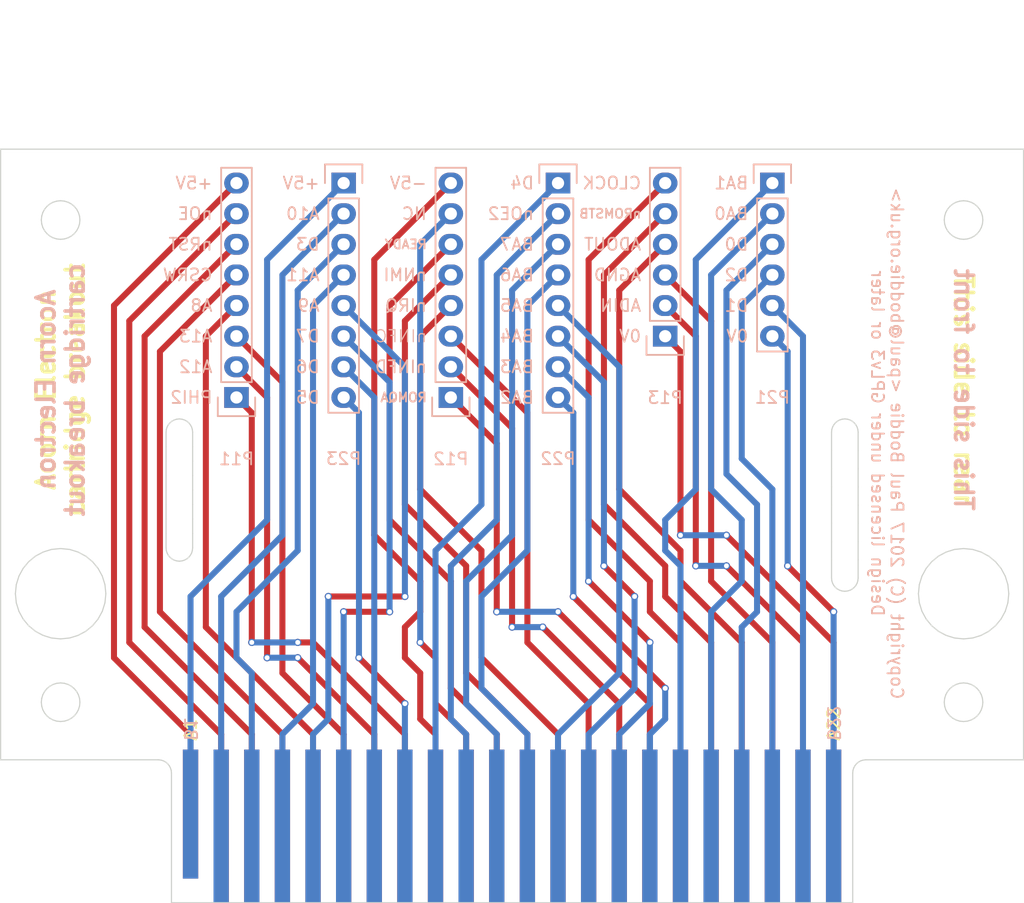
<source format=kicad_pcb>
(kicad_pcb (version 4) (host pcbnew 4.0.5+dfsg1-2)

  (general
    (links 44)
    (no_connects 0)
    (area 60.395005 52.125 145.346876 127.2)
    (thickness 1.6)
    (drawings 366)
    (tracks 256)
    (zones 0)
    (modules 8)
    (nets 45)
  )

  (page A4)
  (layers
    (0 F.Cu signal)
    (31 B.Cu signal)
    (32 B.Adhes user)
    (33 F.Adhes user)
    (34 B.Paste user)
    (35 F.Paste user)
    (36 B.SilkS user)
    (37 F.SilkS user)
    (38 B.Mask user)
    (39 F.Mask user)
    (40 Dwgs.User user)
    (41 Cmts.User user)
    (42 Eco1.User user)
    (43 Eco2.User user)
    (44 Edge.Cuts user)
    (45 Margin user)
    (46 B.CrtYd user)
    (47 F.CrtYd user)
    (48 B.Fab user)
    (49 F.Fab user)
  )

  (setup
    (last_trace_width 0.25)
    (user_trace_width 0.5)
    (trace_clearance 0.2)
    (zone_clearance 0.508)
    (zone_45_only yes)
    (trace_min 0.1524)
    (segment_width 0.2)
    (edge_width 0.15)
    (via_size 0.6)
    (via_drill 0.4)
    (via_min_size 0.4)
    (via_min_drill 0.3)
    (uvia_size 0.3)
    (uvia_drill 0.1)
    (uvias_allowed no)
    (uvia_min_size 0)
    (uvia_min_drill 0)
    (pcb_text_width 0.15)
    (pcb_text_size 1 1)
    (mod_edge_width 0.15)
    (mod_text_size 1 1)
    (mod_text_width 0.15)
    (pad_size 1.524 1.524)
    (pad_drill 0.762)
    (pad_to_mask_clearance 0.2)
    (aux_axis_origin 102.87 127)
    (visible_elements 7FFFFFFF)
    (pcbplotparams
      (layerselection 0x010f0_80000001)
      (usegerberextensions true)
      (excludeedgelayer true)
      (linewidth 0.100000)
      (plotframeref false)
      (viasonmask false)
      (mode 1)
      (useauxorigin false)
      (hpglpennumber 1)
      (hpglpenspeed 20)
      (hpglpendiameter 15)
      (hpglpenoverlay 2)
      (psnegative false)
      (psa4output false)
      (plotreference true)
      (plotvalue true)
      (plotinvisibletext false)
      (padsonsilk false)
      (subtractmaskfromsilk false)
      (outputformat 1)
      (mirror false)
      (drillshape 0)
      (scaleselection 1)
      (outputdirectory gerber/))
  )

  (net 0 "")
  (net 1 /nRST)
  (net 2 /nOE)
  (net 3 /+5V_A)
  (net 4 /CSRW)
  (net 5 /A8)
  (net 6 /A13)
  (net 7 /A12)
  (net 8 /PHI2)
  (net 9 /-5V)
  (net 10 /READY)
  (net 11 /nNMI)
  (net 12 /nIRQ)
  (net 13 /nINFC)
  (net 14 /nINFD)
  (net 15 /ROMQA)
  (net 16 /CLOCK)
  (net 17 /nROMSTB)
  (net 18 /ADOUT)
  (net 19 /AGND)
  (net 20 /ADIN)
  (net 21 /0V_A)
  (net 22 /D3)
  (net 23 /A10)
  (net 24 /+5V_B)
  (net 25 /A11)
  (net 26 /A9)
  (net 27 /D7)
  (net 28 /D6)
  (net 29 /D5)
  (net 30 /D4)
  (net 31 /nOE2)
  (net 32 /BA7)
  (net 33 /BA6)
  (net 34 /BA5)
  (net 35 /BA4)
  (net 36 /BA3)
  (net 37 /BA2)
  (net 38 /BA1)
  (net 39 /BA0)
  (net 40 /D0)
  (net 41 /D2)
  (net 42 /D1)
  (net 43 /0V_B)
  (net 44 /NC)

  (net_class Default "This is the default net class."
    (clearance 0.2)
    (trace_width 0.25)
    (via_dia 0.6)
    (via_drill 0.4)
    (uvia_dia 0.3)
    (uvia_drill 0.1)
    (add_net /+5V_A)
    (add_net /+5V_B)
    (add_net /-5V)
    (add_net /0V_A)
    (add_net /0V_B)
    (add_net /A10)
    (add_net /A11)
    (add_net /A12)
    (add_net /A13)
    (add_net /A8)
    (add_net /A9)
    (add_net /ADIN)
    (add_net /ADOUT)
    (add_net /AGND)
    (add_net /BA0)
    (add_net /BA1)
    (add_net /BA2)
    (add_net /BA3)
    (add_net /BA4)
    (add_net /BA5)
    (add_net /BA6)
    (add_net /BA7)
    (add_net /CLOCK)
    (add_net /CSRW)
    (add_net /D0)
    (add_net /D1)
    (add_net /D2)
    (add_net /D3)
    (add_net /D4)
    (add_net /D5)
    (add_net /D6)
    (add_net /D7)
    (add_net /NC)
    (add_net /PHI2)
    (add_net /READY)
    (add_net /ROMQA)
    (add_net /nINFC)
    (add_net /nINFD)
    (add_net /nIRQ)
    (add_net /nNMI)
    (add_net /nOE)
    (add_net /nOE2)
    (add_net /nROMSTB)
    (add_net /nRST)
  )

  (net_class OSHPark ""
    (clearance 0.1524)
    (trace_width 0.1524)
    (via_dia 0.6858)
    (via_drill 0.3302)
    (uvia_dia 0.762)
    (uvia_drill 0.508)
  )

  (module Pin_Headers:Pin_Header_Straight_1x08 (layer B.Cu) (tedit 587CF515) (tstamp 587CC8D9)
    (at 80.01 85.09)
    (descr "Through hole pin header")
    (tags "pin header")
    (path /587CC917)
    (fp_text reference P11 (at 0 5.1) (layer B.SilkS)
      (effects (font (size 1 1) (thickness 0.15)) (justify mirror))
    )
    (fp_text value CONN_01X08 (at 0 3.1) (layer B.Fab) hide
      (effects (font (size 1 1) (thickness 0.15)) (justify mirror))
    )
    (fp_line (start -1.75 1.75) (end -1.75 -19.55) (layer B.CrtYd) (width 0.05))
    (fp_line (start 1.75 1.75) (end 1.75 -19.55) (layer B.CrtYd) (width 0.05))
    (fp_line (start -1.75 1.75) (end 1.75 1.75) (layer B.CrtYd) (width 0.05))
    (fp_line (start -1.75 -19.55) (end 1.75 -19.55) (layer B.CrtYd) (width 0.05))
    (fp_line (start 1.27 -1.27) (end 1.27 -19.05) (layer B.SilkS) (width 0.15))
    (fp_line (start 1.27 -19.05) (end -1.27 -19.05) (layer B.SilkS) (width 0.15))
    (fp_line (start -1.27 -19.05) (end -1.27 -1.27) (layer B.SilkS) (width 0.15))
    (fp_line (start 1.55 1.55) (end 1.55 0) (layer B.SilkS) (width 0.15))
    (fp_line (start 1.27 -1.27) (end -1.27 -1.27) (layer B.SilkS) (width 0.15))
    (fp_line (start -1.55 0) (end -1.55 1.55) (layer B.SilkS) (width 0.15))
    (fp_line (start -1.55 1.55) (end 1.55 1.55) (layer B.SilkS) (width 0.15))
    (pad 1 thru_hole rect (at 0 0) (size 2.032 1.7272) (drill 1.016) (layers *.Cu *.Mask)
      (net 8 /PHI2))
    (pad 2 thru_hole oval (at 0 -2.54) (size 2.032 1.7272) (drill 1.016) (layers *.Cu *.Mask)
      (net 7 /A12))
    (pad 3 thru_hole oval (at 0 -5.08) (size 2.032 1.7272) (drill 1.016) (layers *.Cu *.Mask)
      (net 6 /A13))
    (pad 4 thru_hole oval (at 0 -7.62) (size 2.032 1.7272) (drill 1.016) (layers *.Cu *.Mask)
      (net 5 /A8))
    (pad 5 thru_hole oval (at 0 -10.16) (size 2.032 1.7272) (drill 1.016) (layers *.Cu *.Mask)
      (net 4 /CSRW))
    (pad 6 thru_hole oval (at 0 -12.7) (size 2.032 1.7272) (drill 1.016) (layers *.Cu *.Mask)
      (net 1 /nRST))
    (pad 7 thru_hole oval (at 0 -15.24) (size 2.032 1.7272) (drill 1.016) (layers *.Cu *.Mask)
      (net 2 /nOE))
    (pad 8 thru_hole oval (at 0 -17.78) (size 2.032 1.7272) (drill 1.016) (layers *.Cu *.Mask)
      (net 3 /+5V_A))
    (model Pin_Headers.3dshapes/Pin_Header_Straight_1x08.wrl
      (at (xyz 0 -0.35 0))
      (scale (xyz 1 1 1))
      (rotate (xyz 0 0 90))
    )
  )

  (module Pin_Headers:Pin_Header_Straight_1x08 (layer B.Cu) (tedit 587CF511) (tstamp 587CC8E5)
    (at 97.79 85.09)
    (descr "Through hole pin header")
    (tags "pin header")
    (path /587CC9A6)
    (fp_text reference P12 (at 0 5.1) (layer B.SilkS)
      (effects (font (size 1 1) (thickness 0.15)) (justify mirror))
    )
    (fp_text value CONN_01X08 (at 0 3.1) (layer B.Fab) hide
      (effects (font (size 1 1) (thickness 0.15)) (justify mirror))
    )
    (fp_line (start -1.75 1.75) (end -1.75 -19.55) (layer B.CrtYd) (width 0.05))
    (fp_line (start 1.75 1.75) (end 1.75 -19.55) (layer B.CrtYd) (width 0.05))
    (fp_line (start -1.75 1.75) (end 1.75 1.75) (layer B.CrtYd) (width 0.05))
    (fp_line (start -1.75 -19.55) (end 1.75 -19.55) (layer B.CrtYd) (width 0.05))
    (fp_line (start 1.27 -1.27) (end 1.27 -19.05) (layer B.SilkS) (width 0.15))
    (fp_line (start 1.27 -19.05) (end -1.27 -19.05) (layer B.SilkS) (width 0.15))
    (fp_line (start -1.27 -19.05) (end -1.27 -1.27) (layer B.SilkS) (width 0.15))
    (fp_line (start 1.55 1.55) (end 1.55 0) (layer B.SilkS) (width 0.15))
    (fp_line (start 1.27 -1.27) (end -1.27 -1.27) (layer B.SilkS) (width 0.15))
    (fp_line (start -1.55 0) (end -1.55 1.55) (layer B.SilkS) (width 0.15))
    (fp_line (start -1.55 1.55) (end 1.55 1.55) (layer B.SilkS) (width 0.15))
    (pad 1 thru_hole rect (at 0 0) (size 2.032 1.7272) (drill 1.016) (layers *.Cu *.Mask)
      (net 15 /ROMQA))
    (pad 2 thru_hole oval (at 0 -2.54) (size 2.032 1.7272) (drill 1.016) (layers *.Cu *.Mask)
      (net 14 /nINFD))
    (pad 3 thru_hole oval (at 0 -5.08) (size 2.032 1.7272) (drill 1.016) (layers *.Cu *.Mask)
      (net 13 /nINFC))
    (pad 4 thru_hole oval (at 0 -7.62) (size 2.032 1.7272) (drill 1.016) (layers *.Cu *.Mask)
      (net 12 /nIRQ))
    (pad 5 thru_hole oval (at 0 -10.16) (size 2.032 1.7272) (drill 1.016) (layers *.Cu *.Mask)
      (net 11 /nNMI))
    (pad 6 thru_hole oval (at 0 -12.7) (size 2.032 1.7272) (drill 1.016) (layers *.Cu *.Mask)
      (net 10 /READY))
    (pad 7 thru_hole oval (at 0 -15.24) (size 2.032 1.7272) (drill 1.016) (layers *.Cu *.Mask)
      (net 44 /NC))
    (pad 8 thru_hole oval (at 0 -17.78) (size 2.032 1.7272) (drill 1.016) (layers *.Cu *.Mask)
      (net 9 /-5V))
    (model Pin_Headers.3dshapes/Pin_Header_Straight_1x08.wrl
      (at (xyz 0 -0.35 0))
      (scale (xyz 1 1 1))
      (rotate (xyz 0 0 90))
    )
  )

  (module Pin_Headers:Pin_Header_Straight_1x06 (layer B.Cu) (tedit 587CF50C) (tstamp 587CC8EF)
    (at 115.57 80.01)
    (descr "Through hole pin header")
    (tags "pin header")
    (path /587CCAF1)
    (fp_text reference P13 (at 0 5.1) (layer B.SilkS)
      (effects (font (size 1 1) (thickness 0.15)) (justify mirror))
    )
    (fp_text value CONN_01X06 (at 0 3.1) (layer B.Fab) hide
      (effects (font (size 1 1) (thickness 0.15)) (justify mirror))
    )
    (fp_line (start -1.75 1.75) (end -1.75 -14.45) (layer B.CrtYd) (width 0.05))
    (fp_line (start 1.75 1.75) (end 1.75 -14.45) (layer B.CrtYd) (width 0.05))
    (fp_line (start -1.75 1.75) (end 1.75 1.75) (layer B.CrtYd) (width 0.05))
    (fp_line (start -1.75 -14.45) (end 1.75 -14.45) (layer B.CrtYd) (width 0.05))
    (fp_line (start 1.27 -1.27) (end 1.27 -13.97) (layer B.SilkS) (width 0.15))
    (fp_line (start 1.27 -13.97) (end -1.27 -13.97) (layer B.SilkS) (width 0.15))
    (fp_line (start -1.27 -13.97) (end -1.27 -1.27) (layer B.SilkS) (width 0.15))
    (fp_line (start 1.55 1.55) (end 1.55 0) (layer B.SilkS) (width 0.15))
    (fp_line (start 1.27 -1.27) (end -1.27 -1.27) (layer B.SilkS) (width 0.15))
    (fp_line (start -1.55 0) (end -1.55 1.55) (layer B.SilkS) (width 0.15))
    (fp_line (start -1.55 1.55) (end 1.55 1.55) (layer B.SilkS) (width 0.15))
    (pad 1 thru_hole rect (at 0 0) (size 2.032 1.7272) (drill 1.016) (layers *.Cu *.Mask)
      (net 21 /0V_A))
    (pad 2 thru_hole oval (at 0 -2.54) (size 2.032 1.7272) (drill 1.016) (layers *.Cu *.Mask)
      (net 20 /ADIN))
    (pad 3 thru_hole oval (at 0 -5.08) (size 2.032 1.7272) (drill 1.016) (layers *.Cu *.Mask)
      (net 19 /AGND))
    (pad 4 thru_hole oval (at 0 -7.62) (size 2.032 1.7272) (drill 1.016) (layers *.Cu *.Mask)
      (net 18 /ADOUT))
    (pad 5 thru_hole oval (at 0 -10.16) (size 2.032 1.7272) (drill 1.016) (layers *.Cu *.Mask)
      (net 17 /nROMSTB))
    (pad 6 thru_hole oval (at 0 -12.7) (size 2.032 1.7272) (drill 1.016) (layers *.Cu *.Mask)
      (net 16 /CLOCK))
    (model Pin_Headers.3dshapes/Pin_Header_Straight_1x06.wrl
      (at (xyz 0 -0.25 0))
      (scale (xyz 1 1 1))
      (rotate (xyz 0 0 90))
    )
  )

  (module Pin_Headers:Pin_Header_Straight_1x06 (layer B.Cu) (tedit 587D4E42) (tstamp 587CC8F9)
    (at 124.46 67.31 180)
    (descr "Through hole pin header")
    (tags "pin header")
    (path /587CCBCE)
    (fp_text reference P21 (at 0 -17.78 180) (layer B.SilkS)
      (effects (font (size 1 1) (thickness 0.15)) (justify mirror))
    )
    (fp_text value CONN_01X06 (at 0 3.1 180) (layer B.Fab) hide
      (effects (font (size 1 1) (thickness 0.15)) (justify mirror))
    )
    (fp_line (start -1.75 1.75) (end -1.75 -14.45) (layer B.CrtYd) (width 0.05))
    (fp_line (start 1.75 1.75) (end 1.75 -14.45) (layer B.CrtYd) (width 0.05))
    (fp_line (start -1.75 1.75) (end 1.75 1.75) (layer B.CrtYd) (width 0.05))
    (fp_line (start -1.75 -14.45) (end 1.75 -14.45) (layer B.CrtYd) (width 0.05))
    (fp_line (start 1.27 -1.27) (end 1.27 -13.97) (layer B.SilkS) (width 0.15))
    (fp_line (start 1.27 -13.97) (end -1.27 -13.97) (layer B.SilkS) (width 0.15))
    (fp_line (start -1.27 -13.97) (end -1.27 -1.27) (layer B.SilkS) (width 0.15))
    (fp_line (start 1.55 1.55) (end 1.55 0) (layer B.SilkS) (width 0.15))
    (fp_line (start 1.27 -1.27) (end -1.27 -1.27) (layer B.SilkS) (width 0.15))
    (fp_line (start -1.55 0) (end -1.55 1.55) (layer B.SilkS) (width 0.15))
    (fp_line (start -1.55 1.55) (end 1.55 1.55) (layer B.SilkS) (width 0.15))
    (pad 1 thru_hole rect (at 0 0 180) (size 2.032 1.7272) (drill 1.016) (layers *.Cu *.Mask)
      (net 38 /BA1))
    (pad 2 thru_hole oval (at 0 -2.54 180) (size 2.032 1.7272) (drill 1.016) (layers *.Cu *.Mask)
      (net 39 /BA0))
    (pad 3 thru_hole oval (at 0 -5.08 180) (size 2.032 1.7272) (drill 1.016) (layers *.Cu *.Mask)
      (net 40 /D0))
    (pad 4 thru_hole oval (at 0 -7.62 180) (size 2.032 1.7272) (drill 1.016) (layers *.Cu *.Mask)
      (net 41 /D2))
    (pad 5 thru_hole oval (at 0 -10.16 180) (size 2.032 1.7272) (drill 1.016) (layers *.Cu *.Mask)
      (net 42 /D1))
    (pad 6 thru_hole oval (at 0 -12.7 180) (size 2.032 1.7272) (drill 1.016) (layers *.Cu *.Mask)
      (net 43 /0V_B))
    (model Pin_Headers.3dshapes/Pin_Header_Straight_1x06.wrl
      (at (xyz 0 -0.25 0))
      (scale (xyz 1 1 1))
      (rotate (xyz 0 0 90))
    )
  )

  (module Pin_Headers:Pin_Header_Straight_1x08 (layer B.Cu) (tedit 587D4E58) (tstamp 587CC905)
    (at 106.68 67.31 180)
    (descr "Through hole pin header")
    (tags "pin header")
    (path /587CCB6A)
    (fp_text reference P22 (at 0 -22.86 180) (layer B.SilkS)
      (effects (font (size 1 1) (thickness 0.15)) (justify mirror))
    )
    (fp_text value CONN_01X08 (at 0 3.1 180) (layer B.Fab) hide
      (effects (font (size 1 1) (thickness 0.15)) (justify mirror))
    )
    (fp_line (start -1.75 1.75) (end -1.75 -19.55) (layer B.CrtYd) (width 0.05))
    (fp_line (start 1.75 1.75) (end 1.75 -19.55) (layer B.CrtYd) (width 0.05))
    (fp_line (start -1.75 1.75) (end 1.75 1.75) (layer B.CrtYd) (width 0.05))
    (fp_line (start -1.75 -19.55) (end 1.75 -19.55) (layer B.CrtYd) (width 0.05))
    (fp_line (start 1.27 -1.27) (end 1.27 -19.05) (layer B.SilkS) (width 0.15))
    (fp_line (start 1.27 -19.05) (end -1.27 -19.05) (layer B.SilkS) (width 0.15))
    (fp_line (start -1.27 -19.05) (end -1.27 -1.27) (layer B.SilkS) (width 0.15))
    (fp_line (start 1.55 1.55) (end 1.55 0) (layer B.SilkS) (width 0.15))
    (fp_line (start 1.27 -1.27) (end -1.27 -1.27) (layer B.SilkS) (width 0.15))
    (fp_line (start -1.55 0) (end -1.55 1.55) (layer B.SilkS) (width 0.15))
    (fp_line (start -1.55 1.55) (end 1.55 1.55) (layer B.SilkS) (width 0.15))
    (pad 1 thru_hole rect (at 0 0 180) (size 2.032 1.7272) (drill 1.016) (layers *.Cu *.Mask)
      (net 30 /D4))
    (pad 2 thru_hole oval (at 0 -2.54 180) (size 2.032 1.7272) (drill 1.016) (layers *.Cu *.Mask)
      (net 31 /nOE2))
    (pad 3 thru_hole oval (at 0 -5.08 180) (size 2.032 1.7272) (drill 1.016) (layers *.Cu *.Mask)
      (net 32 /BA7))
    (pad 4 thru_hole oval (at 0 -7.62 180) (size 2.032 1.7272) (drill 1.016) (layers *.Cu *.Mask)
      (net 33 /BA6))
    (pad 5 thru_hole oval (at 0 -10.16 180) (size 2.032 1.7272) (drill 1.016) (layers *.Cu *.Mask)
      (net 34 /BA5))
    (pad 6 thru_hole oval (at 0 -12.7 180) (size 2.032 1.7272) (drill 1.016) (layers *.Cu *.Mask)
      (net 35 /BA4))
    (pad 7 thru_hole oval (at 0 -15.24 180) (size 2.032 1.7272) (drill 1.016) (layers *.Cu *.Mask)
      (net 36 /BA3))
    (pad 8 thru_hole oval (at 0 -17.78 180) (size 2.032 1.7272) (drill 1.016) (layers *.Cu *.Mask)
      (net 37 /BA2))
    (model Pin_Headers.3dshapes/Pin_Header_Straight_1x08.wrl
      (at (xyz 0 -0.35 0))
      (scale (xyz 1 1 1))
      (rotate (xyz 0 0 90))
    )
  )

  (module Pin_Headers:Pin_Header_Straight_1x08 (layer B.Cu) (tedit 587D4E53) (tstamp 587CC911)
    (at 88.9 67.31 180)
    (descr "Through hole pin header")
    (tags "pin header")
    (path /587CCC38)
    (fp_text reference P23 (at 0 -22.86 180) (layer B.SilkS)
      (effects (font (size 1 1) (thickness 0.15)) (justify mirror))
    )
    (fp_text value CONN_01X08 (at 0 3.1 180) (layer B.Fab) hide
      (effects (font (size 1 1) (thickness 0.15)) (justify mirror))
    )
    (fp_line (start -1.75 1.75) (end -1.75 -19.55) (layer B.CrtYd) (width 0.05))
    (fp_line (start 1.75 1.75) (end 1.75 -19.55) (layer B.CrtYd) (width 0.05))
    (fp_line (start -1.75 1.75) (end 1.75 1.75) (layer B.CrtYd) (width 0.05))
    (fp_line (start -1.75 -19.55) (end 1.75 -19.55) (layer B.CrtYd) (width 0.05))
    (fp_line (start 1.27 -1.27) (end 1.27 -19.05) (layer B.SilkS) (width 0.15))
    (fp_line (start 1.27 -19.05) (end -1.27 -19.05) (layer B.SilkS) (width 0.15))
    (fp_line (start -1.27 -19.05) (end -1.27 -1.27) (layer B.SilkS) (width 0.15))
    (fp_line (start 1.55 1.55) (end 1.55 0) (layer B.SilkS) (width 0.15))
    (fp_line (start 1.27 -1.27) (end -1.27 -1.27) (layer B.SilkS) (width 0.15))
    (fp_line (start -1.55 0) (end -1.55 1.55) (layer B.SilkS) (width 0.15))
    (fp_line (start -1.55 1.55) (end 1.55 1.55) (layer B.SilkS) (width 0.15))
    (pad 1 thru_hole rect (at 0 0 180) (size 2.032 1.7272) (drill 1.016) (layers *.Cu *.Mask)
      (net 24 /+5V_B))
    (pad 2 thru_hole oval (at 0 -2.54 180) (size 2.032 1.7272) (drill 1.016) (layers *.Cu *.Mask)
      (net 23 /A10))
    (pad 3 thru_hole oval (at 0 -5.08 180) (size 2.032 1.7272) (drill 1.016) (layers *.Cu *.Mask)
      (net 22 /D3))
    (pad 4 thru_hole oval (at 0 -7.62 180) (size 2.032 1.7272) (drill 1.016) (layers *.Cu *.Mask)
      (net 25 /A11))
    (pad 5 thru_hole oval (at 0 -10.16 180) (size 2.032 1.7272) (drill 1.016) (layers *.Cu *.Mask)
      (net 26 /A9))
    (pad 6 thru_hole oval (at 0 -12.7 180) (size 2.032 1.7272) (drill 1.016) (layers *.Cu *.Mask)
      (net 27 /D7))
    (pad 7 thru_hole oval (at 0 -15.24 180) (size 2.032 1.7272) (drill 1.016) (layers *.Cu *.Mask)
      (net 28 /D6))
    (pad 8 thru_hole oval (at 0 -17.78 180) (size 2.032 1.7272) (drill 1.016) (layers *.Cu *.Mask)
      (net 29 /D5))
    (model Pin_Headers.3dshapes/Pin_Header_Straight_1x08.wrl
      (at (xyz 0 -0.35 0))
      (scale (xyz 1 1 1))
      (rotate (xyz 0 0 90))
    )
  )

  (module Acorn_Electron:Acorn_Electron_cartridge_edge_connector_rear (layer F.Cu) (tedit 5880BFC3) (tstamp 587CC8B3)
    (at 102.87 113.03)
    (tags "Acorn Electron cartridge edge connector rear")
    (path /587CC844)
    (fp_text reference CONN1 (at 0 0) (layer F.SilkS) hide
      (effects (font (size 1 1) (thickness 0.15)))
    )
    (fp_text value Acorn_Electron_cartridge_edge_connector_rear_side_A (at 0 -2.54) (layer F.Fab) hide
      (effects (font (size 1 1) (thickness 0.15)))
    )
    (pad 1 connect rect (at -26.67 6.62) (size 1.27 10.7) (layers F.Cu F.Mask)
      (net 3 /+5V_A))
    (pad 2 connect rect (at -24.13 7.62) (size 1.27 12.7) (layers F.Cu F.Mask)
      (net 2 /nOE))
    (pad 3 connect rect (at -21.59 7.62) (size 1.27 12.7) (layers F.Cu F.Mask)
      (net 1 /nRST))
    (pad 4 connect rect (at -19.05 7.62) (size 1.27 12.7) (layers F.Cu F.Mask)
      (net 4 /CSRW))
    (pad 5 connect rect (at -16.51 7.62) (size 1.27 12.7) (layers F.Cu F.Mask)
      (net 5 /A8))
    (pad 6 connect rect (at -13.97 7.62) (size 1.27 12.7) (layers F.Cu F.Mask)
      (net 6 /A13))
    (pad 7 connect rect (at -11.43 7.62) (size 1.27 12.7) (layers F.Cu F.Mask)
      (net 7 /A12))
    (pad 8 connect rect (at -8.89 7.62) (size 1.27 12.7) (layers F.Cu F.Mask)
      (net 8 /PHI2))
    (pad 9 connect rect (at -6.35 7.62) (size 1.27 12.7) (layers F.Cu F.Mask)
      (net 9 /-5V))
    (pad 10 connect rect (at -3.81 7.62) (size 1.27 12.7) (layers F.Cu F.Mask)
      (net 44 /NC))
    (pad 11 connect rect (at -1.27 7.62) (size 1.27 12.7) (layers F.Cu F.Mask)
      (net 10 /READY))
    (pad 12 connect rect (at 1.27 7.62) (size 1.27 12.7) (layers F.Cu F.Mask)
      (net 11 /nNMI))
    (pad 13 connect rect (at 3.81 7.62) (size 1.27 12.7) (layers F.Cu F.Mask)
      (net 12 /nIRQ))
    (pad 14 connect rect (at 6.35 7.62) (size 1.27 12.7) (layers F.Cu F.Mask)
      (net 13 /nINFC))
    (pad 15 connect rect (at 8.89 7.62) (size 1.27 12.7) (layers F.Cu F.Mask)
      (net 14 /nINFD))
    (pad 16 connect rect (at 11.43 7.62) (size 1.27 12.7) (layers F.Cu F.Mask)
      (net 15 /ROMQA))
    (pad 17 connect rect (at 13.97 7.62) (size 1.27 12.7) (layers F.Cu F.Mask)
      (net 16 /CLOCK))
    (pad 18 connect rect (at 16.51 7.62) (size 1.27 12.7) (layers F.Cu F.Mask)
      (net 17 /nROMSTB))
    (pad 19 connect rect (at 19.05 7.62) (size 1.27 12.7) (layers F.Cu F.Mask)
      (net 18 /ADOUT))
    (pad 20 connect rect (at 21.59 7.62) (size 1.27 12.7) (layers F.Cu F.Mask)
      (net 19 /AGND))
    (pad 21 connect rect (at 24.13 7.62) (size 1.27 12.7) (layers F.Cu F.Mask)
      (net 20 /ADIN))
    (pad 22 connect rect (at 26.67 7.62) (size 1.27 12.7) (layers F.Cu F.Mask)
      (net 21 /0V_A))
  )

  (module Acorn_Electron:Acorn_Electron_cartridge_edge_connector_front (layer B.Cu) (tedit 5880BFCF) (tstamp 587CC8CD)
    (at 102.87 113.03)
    (tags "Acorn Electron cartridge edge connector front")
    (path /587CC811)
    (fp_text reference CONN2 (at 0 0) (layer B.SilkS) hide
      (effects (font (size 1 1) (thickness 0.15)) (justify mirror))
    )
    (fp_text value Acorn_Electron_cartridge_edge_connector_front_side_B (at 0 -2.54) (layer B.Fab) hide
      (effects (font (size 1 1) (thickness 0.15)) (justify mirror))
    )
    (pad 1 connect rect (at -26.67 6.62) (size 1.27 10.7) (layers B.Cu B.Mask)
      (net 24 /+5V_B))
    (pad 2 connect rect (at -24.13 7.62) (size 1.27 12.7) (layers B.Cu B.Mask)
      (net 23 /A10))
    (pad 3 connect rect (at -21.59 7.62) (size 1.27 12.7) (layers B.Cu B.Mask)
      (net 22 /D3))
    (pad 4 connect rect (at -19.05 7.62) (size 1.27 12.7) (layers B.Cu B.Mask)
      (net 25 /A11))
    (pad 5 connect rect (at -16.51 7.62) (size 1.27 12.7) (layers B.Cu B.Mask)
      (net 26 /A9))
    (pad 6 connect rect (at -13.97 7.62) (size 1.27 12.7) (layers B.Cu B.Mask)
      (net 27 /D7))
    (pad 7 connect rect (at -11.43 7.62) (size 1.27 12.7) (layers B.Cu B.Mask)
      (net 28 /D6))
    (pad 8 connect rect (at -8.89 7.62) (size 1.27 12.7) (layers B.Cu B.Mask)
      (net 29 /D5))
    (pad 9 connect rect (at -6.35 7.62) (size 1.27 12.7) (layers B.Cu B.Mask)
      (net 30 /D4))
    (pad 10 connect rect (at -3.81 7.62) (size 1.27 12.7) (layers B.Cu B.Mask)
      (net 31 /nOE2))
    (pad 11 connect rect (at -1.27 7.62) (size 1.27 12.7) (layers B.Cu B.Mask)
      (net 32 /BA7))
    (pad 12 connect rect (at 1.27 7.62) (size 1.27 12.7) (layers B.Cu B.Mask)
      (net 33 /BA6))
    (pad 13 connect rect (at 3.81 7.62) (size 1.27 12.7) (layers B.Cu B.Mask)
      (net 34 /BA5))
    (pad 14 connect rect (at 6.35 7.62) (size 1.27 12.7) (layers B.Cu B.Mask)
      (net 35 /BA4))
    (pad 15 connect rect (at 8.89 7.62) (size 1.27 12.7) (layers B.Cu B.Mask)
      (net 36 /BA3))
    (pad 16 connect rect (at 11.43 7.62) (size 1.27 12.7) (layers B.Cu B.Mask)
      (net 37 /BA2))
    (pad 17 connect rect (at 13.97 7.62) (size 1.27 12.7) (layers B.Cu B.Mask)
      (net 38 /BA1))
    (pad 18 connect rect (at 16.51 7.62) (size 1.27 12.7) (layers B.Cu B.Mask)
      (net 39 /BA0))
    (pad 19 connect rect (at 19.05 7.62) (size 1.27 12.7) (layers B.Cu B.Mask)
      (net 40 /D0))
    (pad 20 connect rect (at 21.59 7.62) (size 1.27 12.7) (layers B.Cu B.Mask)
      (net 41 /D2))
    (pad 21 connect rect (at 24.13 7.62) (size 1.27 12.7) (layers B.Cu B.Mask)
      (net 42 /D1))
    (pad 22 connect rect (at 26.67 7.62) (size 1.27 12.7) (layers B.Cu B.Mask)
      (net 43 /0V_B))
  )

  (gr_text "Copyright (C) 2017 Paul Boddie <paul@boddie.org.uk>\nDesign licensed under GPLv3 or later" (at 133.985 88.9 270) (layer B.SilkS)
    (effects (font (size 1 1) (thickness 0.15)) (justify mirror))
  )
  (gr_line (start 65.74184 108.802935) (end 65.419167 108.770208) (layer Edge.Cuts) (width 0.1))
  (gr_line (start 66.042757 108.896748) (end 65.74184 108.802935) (layer Edge.Cuts) (width 0.1))
  (gr_line (start 66.315362 109.045093) (end 66.042757 108.896748) (layer Edge.Cuts) (width 0.1))
  (gr_line (start 66.553102 109.241412) (end 66.315362 109.045093) (layer Edge.Cuts) (width 0.1))
  (gr_line (start 66.749421 109.479151) (end 66.553102 109.241412) (layer Edge.Cuts) (width 0.1))
  (gr_line (start 66.897765 109.751757) (end 66.749421 109.479151) (layer Edge.Cuts) (width 0.1))
  (gr_line (start 66.991578 110.052674) (end 66.897765 109.751757) (layer Edge.Cuts) (width 0.1))
  (gr_line (start 67.024306 110.375347) (end 66.991578 110.052674) (layer Edge.Cuts) (width 0.1))
  (gr_line (start 66.991578 110.697642) (end 67.024306 110.375347) (layer Edge.Cuts) (width 0.1))
  (gr_line (start 66.897765 110.99756) (end 66.991578 110.697642) (layer Edge.Cuts) (width 0.1))
  (gr_line (start 66.749421 111.268753) (end 66.897765 110.99756) (layer Edge.Cuts) (width 0.1))
  (gr_line (start 66.553102 111.504874) (end 66.749421 111.268753) (layer Edge.Cuts) (width 0.1))
  (gr_line (start 66.315362 111.699573) (end 66.553102 111.504874) (layer Edge.Cuts) (width 0.1))
  (gr_line (start 66.042757 111.846504) (end 66.315362 111.699573) (layer Edge.Cuts) (width 0.1))
  (gr_line (start 65.74184 111.939318) (end 66.042757 111.846504) (layer Edge.Cuts) (width 0.1))
  (gr_line (start 65.419167 111.971667) (end 65.74184 111.939318) (layer Edge.Cuts) (width 0.1))
  (gr_line (start 65.096873 111.939318) (end 65.419167 111.971667) (layer Edge.Cuts) (width 0.1))
  (gr_line (start 64.796955 111.846504) (end 65.096873 111.939318) (layer Edge.Cuts) (width 0.1))
  (gr_line (start 64.525761 111.699573) (end 64.796955 111.846504) (layer Edge.Cuts) (width 0.1))
  (gr_line (start 64.289641 111.504874) (end 64.525761 111.699573) (layer Edge.Cuts) (width 0.1))
  (gr_line (start 64.094941 111.268753) (end 64.289641 111.504874) (layer Edge.Cuts) (width 0.1))
  (gr_line (start 63.94801 110.99756) (end 64.094941 111.268753) (layer Edge.Cuts) (width 0.1))
  (gr_line (start 63.855196 110.697642) (end 63.94801 110.99756) (layer Edge.Cuts) (width 0.1))
  (gr_line (start 63.822847 110.375347) (end 63.855196 110.697642) (layer Edge.Cuts) (width 0.1))
  (gr_line (start 63.855196 110.052674) (end 63.822847 110.375347) (layer Edge.Cuts) (width 0.1))
  (gr_line (start 63.94801 109.751757) (end 63.855196 110.052674) (layer Edge.Cuts) (width 0.1))
  (gr_line (start 64.094941 109.479151) (end 63.94801 109.751757) (layer Edge.Cuts) (width 0.1))
  (gr_line (start 64.289641 109.241412) (end 64.094941 109.479151) (layer Edge.Cuts) (width 0.1))
  (gr_line (start 64.525761 109.045093) (end 64.289641 109.241412) (layer Edge.Cuts) (width 0.1))
  (gr_line (start 64.796955 108.896748) (end 64.525761 109.045093) (layer Edge.Cuts) (width 0.1))
  (gr_line (start 65.096873 108.802935) (end 64.796955 108.896748) (layer Edge.Cuts) (width 0.1))
  (gr_line (start 65.419167 108.770208) (end 65.096873 108.802935) (layer Edge.Cuts) (width 0.1))
  (gr_line (start 140.645003 108.802935) (end 140.322708 108.770208) (layer Edge.Cuts) (width 0.1))
  (gr_line (start 140.944921 108.896748) (end 140.645003 108.802935) (layer Edge.Cuts) (width 0.1))
  (gr_line (start 141.216114 109.045093) (end 140.944921 108.896748) (layer Edge.Cuts) (width 0.1))
  (gr_line (start 141.452235 109.241412) (end 141.216114 109.045093) (layer Edge.Cuts) (width 0.1))
  (gr_line (start 141.646935 109.479151) (end 141.452235 109.241412) (layer Edge.Cuts) (width 0.1))
  (gr_line (start 141.793865 109.751757) (end 141.646935 109.479151) (layer Edge.Cuts) (width 0.1))
  (gr_line (start 141.886679 110.052674) (end 141.793865 109.751757) (layer Edge.Cuts) (width 0.1))
  (gr_line (start 141.919028 110.375347) (end 141.886679 110.052674) (layer Edge.Cuts) (width 0.1))
  (gr_line (start 141.886679 110.697642) (end 141.919028 110.375347) (layer Edge.Cuts) (width 0.1))
  (gr_line (start 141.793865 110.99756) (end 141.886679 110.697642) (layer Edge.Cuts) (width 0.1))
  (gr_line (start 141.646935 111.268753) (end 141.793865 110.99756) (layer Edge.Cuts) (width 0.1))
  (gr_line (start 141.452235 111.504874) (end 141.646935 111.268753) (layer Edge.Cuts) (width 0.1))
  (gr_line (start 141.216114 111.699573) (end 141.452235 111.504874) (layer Edge.Cuts) (width 0.1))
  (gr_line (start 140.944921 111.846504) (end 141.216114 111.699573) (layer Edge.Cuts) (width 0.1))
  (gr_line (start 140.645003 111.939318) (end 140.944921 111.846504) (layer Edge.Cuts) (width 0.1))
  (gr_line (start 140.322708 111.971667) (end 140.645003 111.939318) (layer Edge.Cuts) (width 0.1))
  (gr_line (start 140.000035 111.939318) (end 140.322708 111.971667) (layer Edge.Cuts) (width 0.1))
  (gr_line (start 139.699119 111.846504) (end 140.000035 111.939318) (layer Edge.Cuts) (width 0.1))
  (gr_line (start 139.426512 111.699573) (end 139.699119 111.846504) (layer Edge.Cuts) (width 0.1))
  (gr_line (start 139.188773 111.504874) (end 139.426512 111.699573) (layer Edge.Cuts) (width 0.1))
  (gr_line (start 138.992454 111.268753) (end 139.188773 111.504874) (layer Edge.Cuts) (width 0.1))
  (gr_line (start 138.844109 110.99756) (end 138.992454 111.268753) (layer Edge.Cuts) (width 0.1))
  (gr_line (start 138.750296 110.697642) (end 138.844109 110.99756) (layer Edge.Cuts) (width 0.1))
  (gr_line (start 138.717569 110.375347) (end 138.750296 110.697642) (layer Edge.Cuts) (width 0.1))
  (gr_line (start 138.750296 110.052674) (end 138.717569 110.375347) (layer Edge.Cuts) (width 0.1))
  (gr_line (start 138.844109 109.751757) (end 138.750296 110.052674) (layer Edge.Cuts) (width 0.1))
  (gr_line (start 138.992454 109.479151) (end 138.844109 109.751757) (layer Edge.Cuts) (width 0.1))
  (gr_line (start 139.188773 109.241412) (end 138.992454 109.479151) (layer Edge.Cuts) (width 0.1))
  (gr_line (start 139.426512 109.045093) (end 139.188773 109.241412) (layer Edge.Cuts) (width 0.1))
  (gr_line (start 139.699119 108.896748) (end 139.426512 109.045093) (layer Edge.Cuts) (width 0.1))
  (gr_line (start 140.000035 108.802935) (end 139.699119 108.896748) (layer Edge.Cuts) (width 0.1))
  (gr_line (start 140.322708 108.770208) (end 140.000035 108.802935) (layer Edge.Cuts) (width 0.1))
  (gr_line (start 66.175225 97.698543) (end 65.419167 97.622431) (layer Edge.Cuts) (width 0.1))
  (gr_line (start 66.87994 97.916853) (end 66.175225 97.698543) (layer Edge.Cuts) (width 0.1))
  (gr_line (start 67.518066 98.262324) (end 66.87994 97.916853) (layer Edge.Cuts) (width 0.1))
  (gr_line (start 68.074357 98.719914) (end 67.518066 98.262324) (layer Edge.Cuts) (width 0.1))
  (gr_line (start 68.533566 99.274585) (end 68.074357 98.719914) (layer Edge.Cuts) (width 0.1))
  (gr_line (start 68.880449 99.911298) (end 68.533566 99.274585) (layer Edge.Cuts) (width 0.1))
  (gr_line (start 69.099759 100.615013) (end 68.880449 99.911298) (layer Edge.Cuts) (width 0.1))
  (gr_line (start 69.17625 101.370694) (end 69.099759 100.615013) (layer Edge.Cuts) (width 0.1))
  (gr_line (start 69.099759 102.126375) (end 69.17625 101.370694) (layer Edge.Cuts) (width 0.1))
  (gr_line (start 68.880449 102.830091) (end 69.099759 102.126375) (layer Edge.Cuts) (width 0.1))
  (gr_line (start 68.533566 103.466804) (end 68.880449 102.830091) (layer Edge.Cuts) (width 0.1))
  (gr_line (start 68.074357 104.021475) (end 68.533566 103.466804) (layer Edge.Cuts) (width 0.1))
  (gr_line (start 67.518066 104.479065) (end 68.074357 104.021475) (layer Edge.Cuts) (width 0.1))
  (gr_line (start 66.87994 104.824536) (end 67.518066 104.479065) (layer Edge.Cuts) (width 0.1))
  (gr_line (start 66.175225 105.042846) (end 66.87994 104.824536) (layer Edge.Cuts) (width 0.1))
  (gr_line (start 65.419167 105.118958) (end 66.175225 105.042846) (layer Edge.Cuts) (width 0.1))
  (gr_line (start 64.663487 105.042846) (end 65.419167 105.118958) (layer Edge.Cuts) (width 0.1))
  (gr_line (start 63.959771 104.824536) (end 64.663487 105.042846) (layer Edge.Cuts) (width 0.1))
  (gr_line (start 63.323058 104.479065) (end 63.959771 104.824536) (layer Edge.Cuts) (width 0.1))
  (gr_line (start 62.768386 104.021475) (end 63.323058 104.479065) (layer Edge.Cuts) (width 0.1))
  (gr_line (start 62.310796 103.466804) (end 62.768386 104.021475) (layer Edge.Cuts) (width 0.1))
  (gr_line (start 61.965326 102.830091) (end 62.310796 103.466804) (layer Edge.Cuts) (width 0.1))
  (gr_line (start 61.747015 102.126375) (end 61.965326 102.830091) (layer Edge.Cuts) (width 0.1))
  (gr_line (start 61.670903 101.370694) (end 61.747015 102.126375) (layer Edge.Cuts) (width 0.1))
  (gr_line (start 61.747015 100.615013) (end 61.670903 101.370694) (layer Edge.Cuts) (width 0.1))
  (gr_line (start 61.965326 99.911298) (end 61.747015 100.615013) (layer Edge.Cuts) (width 0.1))
  (gr_line (start 62.310796 99.274585) (end 61.965326 99.911298) (layer Edge.Cuts) (width 0.1))
  (gr_line (start 62.768386 98.719914) (end 62.310796 99.274585) (layer Edge.Cuts) (width 0.1))
  (gr_line (start 63.323058 98.262324) (end 62.768386 98.719914) (layer Edge.Cuts) (width 0.1))
  (gr_line (start 63.959771 97.916853) (end 63.323058 98.262324) (layer Edge.Cuts) (width 0.1))
  (gr_line (start 64.663487 97.698543) (end 63.959771 97.916853) (layer Edge.Cuts) (width 0.1))
  (gr_line (start 65.419167 97.622431) (end 64.663487 97.698543) (layer Edge.Cuts) (width 0.1))
  (gr_line (start 141.078387 97.698543) (end 140.322708 97.622431) (layer Edge.Cuts) (width 0.1))
  (gr_line (start 141.782102 97.916853) (end 141.078387 97.698543) (layer Edge.Cuts) (width 0.1))
  (gr_line (start 142.418815 98.262324) (end 141.782102 97.916853) (layer Edge.Cuts) (width 0.1))
  (gr_line (start 142.973486 98.719914) (end 142.418815 98.262324) (layer Edge.Cuts) (width 0.1))
  (gr_line (start 143.431078 99.274585) (end 142.973486 98.719914) (layer Edge.Cuts) (width 0.1))
  (gr_line (start 143.77655 99.911298) (end 143.431078 99.274585) (layer Edge.Cuts) (width 0.1))
  (gr_line (start 143.99486 100.615013) (end 143.77655 99.911298) (layer Edge.Cuts) (width 0.1))
  (gr_line (start 144.070972 101.370694) (end 143.99486 100.615013) (layer Edge.Cuts) (width 0.1))
  (gr_line (start 143.99486 102.126373) (end 144.070972 101.370694) (layer Edge.Cuts) (width 0.1))
  (gr_line (start 143.77655 102.830088) (end 143.99486 102.126373) (layer Edge.Cuts) (width 0.1))
  (gr_line (start 143.431078 103.466801) (end 143.77655 102.830088) (layer Edge.Cuts) (width 0.1))
  (gr_line (start 142.973486 104.021472) (end 143.431078 103.466801) (layer Edge.Cuts) (width 0.1))
  (gr_line (start 142.418815 104.479065) (end 142.973486 104.021472) (layer Edge.Cuts) (width 0.1))
  (gr_line (start 141.782102 104.824536) (end 142.418815 104.479065) (layer Edge.Cuts) (width 0.1))
  (gr_line (start 141.078387 105.042846) (end 141.782102 104.824536) (layer Edge.Cuts) (width 0.1))
  (gr_line (start 140.322708 105.118958) (end 141.078387 105.042846) (layer Edge.Cuts) (width 0.1))
  (gr_line (start 139.567027 105.042846) (end 140.322708 105.118958) (layer Edge.Cuts) (width 0.1))
  (gr_line (start 138.863312 104.824536) (end 139.567027 105.042846) (layer Edge.Cuts) (width 0.1))
  (gr_line (start 138.226599 104.479065) (end 138.863312 104.824536) (layer Edge.Cuts) (width 0.1))
  (gr_line (start 137.671928 104.021472) (end 138.226599 104.479065) (layer Edge.Cuts) (width 0.1))
  (gr_line (start 137.214338 103.466801) (end 137.671928 104.021472) (layer Edge.Cuts) (width 0.1))
  (gr_line (start 136.868867 102.830088) (end 137.214338 103.466801) (layer Edge.Cuts) (width 0.1))
  (gr_line (start 136.650557 102.126373) (end 136.868867 102.830088) (layer Edge.Cuts) (width 0.1))
  (gr_line (start 136.574444 101.370694) (end 136.650557 102.126373) (layer Edge.Cuts) (width 0.1))
  (gr_line (start 136.650557 100.615013) (end 136.574444 101.370694) (layer Edge.Cuts) (width 0.1))
  (gr_line (start 136.868867 99.911298) (end 136.650557 100.615013) (layer Edge.Cuts) (width 0.1))
  (gr_line (start 137.214338 99.274585) (end 136.868867 99.911298) (layer Edge.Cuts) (width 0.1))
  (gr_line (start 137.671928 98.719914) (end 137.214338 99.274585) (layer Edge.Cuts) (width 0.1))
  (gr_line (start 138.226599 98.262324) (end 137.671928 98.719914) (layer Edge.Cuts) (width 0.1))
  (gr_line (start 138.863312 97.916853) (end 138.226599 98.262324) (layer Edge.Cuts) (width 0.1))
  (gr_line (start 139.567027 97.698543) (end 138.863312 97.916853) (layer Edge.Cuts) (width 0.1))
  (gr_line (start 140.322708 97.622431) (end 139.567027 97.698543) (layer Edge.Cuts) (width 0.1))
  (gr_line (start 75.492284 86.893993) (end 75.270486 86.871528) (layer Edge.Cuts) (width 0.1))
  (gr_line (start 75.699043 86.958362) (end 75.492284 86.893993) (layer Edge.Cuts) (width 0.1))
  (gr_line (start 75.886283 87.060168) (end 75.699043 86.958362) (layer Edge.Cuts) (width 0.1))
  (gr_line (start 76.049526 87.194932) (end 75.886283 87.060168) (layer Edge.Cuts) (width 0.1))
  (gr_line (start 76.18429 87.358175) (end 76.049526 87.194932) (layer Edge.Cuts) (width 0.1))
  (gr_line (start 76.286096 87.545415) (end 76.18429 87.358175) (layer Edge.Cuts) (width 0.1))
  (gr_line (start 76.350465 87.752174) (end 76.286096 87.545415) (layer Edge.Cuts) (width 0.1))
  (gr_line (start 76.372916 87.973972) (end 76.350465 87.752174) (layer Edge.Cuts) (width 0.1))
  (gr_line (start 76.372916 89.173417) (end 76.372916 87.973972) (layer Edge.Cuts) (width 0.1))
  (gr_line (start 76.372916 90.372861) (end 76.372916 89.173417) (layer Edge.Cuts) (width 0.1))
  (gr_line (start 76.372916 91.572306) (end 76.372916 90.372861) (layer Edge.Cuts) (width 0.1))
  (gr_line (start 76.372916 92.77175) (end 76.372916 91.572306) (layer Edge.Cuts) (width 0.1))
  (gr_line (start 76.372916 93.971195) (end 76.372916 92.77175) (layer Edge.Cuts) (width 0.1))
  (gr_line (start 76.372916 95.170639) (end 76.372916 93.971195) (layer Edge.Cuts) (width 0.1))
  (gr_line (start 76.372916 96.370084) (end 76.372916 95.170639) (layer Edge.Cuts) (width 0.1))
  (gr_line (start 76.372916 97.569528) (end 76.372916 96.370084) (layer Edge.Cuts) (width 0.1))
  (gr_line (start 76.350465 97.791326) (end 76.372916 97.569528) (layer Edge.Cuts) (width 0.1))
  (gr_line (start 76.286096 97.998085) (end 76.350465 97.791326) (layer Edge.Cuts) (width 0.1))
  (gr_line (start 76.18429 98.185326) (end 76.286096 97.998085) (layer Edge.Cuts) (width 0.1))
  (gr_line (start 76.049526 98.348569) (end 76.18429 98.185326) (layer Edge.Cuts) (width 0.1))
  (gr_line (start 75.886283 98.483333) (end 76.049526 98.348569) (layer Edge.Cuts) (width 0.1))
  (gr_line (start 75.699043 98.585139) (end 75.886283 98.483333) (layer Edge.Cuts) (width 0.1))
  (gr_line (start 75.492284 98.649508) (end 75.699043 98.585139) (layer Edge.Cuts) (width 0.1))
  (gr_line (start 75.270486 98.671944) (end 75.492284 98.649508) (layer Edge.Cuts) (width 0.1))
  (gr_line (start 75.048687 98.649508) (end 75.270486 98.671944) (layer Edge.Cuts) (width 0.1))
  (gr_line (start 74.841928 98.585139) (end 75.048687 98.649508) (layer Edge.Cuts) (width 0.1))
  (gr_line (start 74.654687 98.483333) (end 74.841928 98.585139) (layer Edge.Cuts) (width 0.1))
  (gr_line (start 74.491446 98.348569) (end 74.654687 98.483333) (layer Edge.Cuts) (width 0.1))
  (gr_line (start 74.356682 98.185326) (end 74.491446 98.348569) (layer Edge.Cuts) (width 0.1))
  (gr_line (start 74.254876 97.998085) (end 74.356682 98.185326) (layer Edge.Cuts) (width 0.1))
  (gr_line (start 74.190507 97.791326) (end 74.254876 97.998085) (layer Edge.Cuts) (width 0.1))
  (gr_line (start 74.168056 97.569528) (end 74.190507 97.791326) (layer Edge.Cuts) (width 0.1))
  (gr_line (start 74.168056 96.370084) (end 74.168056 97.569528) (layer Edge.Cuts) (width 0.1))
  (gr_line (start 74.168056 95.170639) (end 74.168056 96.370084) (layer Edge.Cuts) (width 0.1))
  (gr_line (start 74.168056 93.971195) (end 74.168056 95.170639) (layer Edge.Cuts) (width 0.1))
  (gr_line (start 74.168056 92.77175) (end 74.168056 93.971195) (layer Edge.Cuts) (width 0.1))
  (gr_line (start 74.168056 91.572306) (end 74.168056 92.77175) (layer Edge.Cuts) (width 0.1))
  (gr_line (start 74.168056 90.372861) (end 74.168056 91.572306) (layer Edge.Cuts) (width 0.1))
  (gr_line (start 74.168056 89.173417) (end 74.168056 90.372861) (layer Edge.Cuts) (width 0.1))
  (gr_line (start 74.168056 87.973972) (end 74.168056 89.173417) (layer Edge.Cuts) (width 0.1))
  (gr_line (start 74.190507 87.752174) (end 74.168056 87.973972) (layer Edge.Cuts) (width 0.1))
  (gr_line (start 74.254876 87.545415) (end 74.190507 87.752174) (layer Edge.Cuts) (width 0.1))
  (gr_line (start 74.356682 87.358175) (end 74.254876 87.545415) (layer Edge.Cuts) (width 0.1))
  (gr_line (start 74.491446 87.194932) (end 74.356682 87.358175) (layer Edge.Cuts) (width 0.1))
  (gr_line (start 74.654687 87.060168) (end 74.491446 87.194932) (layer Edge.Cuts) (width 0.1))
  (gr_line (start 74.841928 86.958362) (end 74.654687 87.060168) (layer Edge.Cuts) (width 0.1))
  (gr_line (start 75.048687 86.893993) (end 74.841928 86.958362) (layer Edge.Cuts) (width 0.1))
  (gr_line (start 75.270486 86.871528) (end 75.048687 86.893993) (layer Edge.Cuts) (width 0.1))
  (gr_line (start 130.693187 86.893993) (end 130.471389 86.871528) (layer Edge.Cuts) (width 0.1))
  (gr_line (start 130.899946 86.958362) (end 130.693187 86.893993) (layer Edge.Cuts) (width 0.1))
  (gr_line (start 131.087186 87.060168) (end 130.899946 86.958362) (layer Edge.Cuts) (width 0.1))
  (gr_line (start 131.250429 87.194932) (end 131.087186 87.060168) (layer Edge.Cuts) (width 0.1))
  (gr_line (start 131.385193 87.358175) (end 131.250429 87.194932) (layer Edge.Cuts) (width 0.1))
  (gr_line (start 131.486999 87.545415) (end 131.385193 87.358175) (layer Edge.Cuts) (width 0.1))
  (gr_line (start 131.551369 87.752174) (end 131.486999 87.545415) (layer Edge.Cuts) (width 0.1))
  (gr_line (start 131.573834 87.973972) (end 131.551369 87.752174) (layer Edge.Cuts) (width 0.1))
  (gr_line (start 131.573834 89.486506) (end 131.573834 87.973972) (layer Edge.Cuts) (width 0.1))
  (gr_line (start 131.573834 90.999042) (end 131.573834 89.486506) (layer Edge.Cuts) (width 0.1))
  (gr_line (start 131.573834 92.511575) (end 131.573834 90.999042) (layer Edge.Cuts) (width 0.1))
  (gr_line (start 131.573834 94.024111) (end 131.573834 92.511575) (layer Edge.Cuts) (width 0.1))
  (gr_line (start 131.573834 95.536645) (end 131.573834 94.024111) (layer Edge.Cuts) (width 0.1))
  (gr_line (start 131.573834 97.049181) (end 131.573834 95.536645) (layer Edge.Cuts) (width 0.1))
  (gr_line (start 131.573834 98.561714) (end 131.573834 97.049181) (layer Edge.Cuts) (width 0.1))
  (gr_line (start 131.573834 100.07425) (end 131.573834 98.561714) (layer Edge.Cuts) (width 0.1))
  (gr_line (start 131.551369 100.29567) (end 131.573834 100.07425) (layer Edge.Cuts) (width 0.1))
  (gr_line (start 131.486999 100.50143) (end 131.551369 100.29567) (layer Edge.Cuts) (width 0.1))
  (gr_line (start 131.385193 100.687257) (end 131.486999 100.50143) (layer Edge.Cuts) (width 0.1))
  (gr_line (start 131.250429 100.84888) (end 131.385193 100.687257) (layer Edge.Cuts) (width 0.1))
  (gr_line (start 131.087186 100.982024) (end 131.250429 100.84888) (layer Edge.Cuts) (width 0.1))
  (gr_line (start 130.899946 101.082419) (end 131.087186 100.982024) (layer Edge.Cuts) (width 0.1))
  (gr_line (start 130.693187 101.145789) (end 130.899946 101.082419) (layer Edge.Cuts) (width 0.1))
  (gr_line (start 130.471389 101.167859) (end 130.693187 101.145789) (layer Edge.Cuts) (width 0.1))
  (gr_line (start 130.24959 101.145789) (end 130.471389 101.167859) (layer Edge.Cuts) (width 0.1))
  (gr_line (start 130.042832 101.082419) (end 130.24959 101.145789) (layer Edge.Cuts) (width 0.1))
  (gr_line (start 129.855591 100.982024) (end 130.042832 101.082419) (layer Edge.Cuts) (width 0.1))
  (gr_line (start 129.692348 100.84888) (end 129.855591 100.982024) (layer Edge.Cuts) (width 0.1))
  (gr_line (start 129.557584 100.687257) (end 129.692348 100.84888) (layer Edge.Cuts) (width 0.1))
  (gr_line (start 129.455778 100.50143) (end 129.557584 100.687257) (layer Edge.Cuts) (width 0.1))
  (gr_line (start 129.391409 100.29567) (end 129.455778 100.50143) (layer Edge.Cuts) (width 0.1))
  (gr_line (start 129.368944 100.07425) (end 129.391409 100.29567) (layer Edge.Cuts) (width 0.1))
  (gr_line (start 129.368944 98.561714) (end 129.368944 100.07425) (layer Edge.Cuts) (width 0.1))
  (gr_line (start 129.368944 97.049181) (end 129.368944 98.561714) (layer Edge.Cuts) (width 0.1))
  (gr_line (start 129.368944 95.536645) (end 129.368944 97.049181) (layer Edge.Cuts) (width 0.1))
  (gr_line (start 129.368944 94.024111) (end 129.368944 95.536645) (layer Edge.Cuts) (width 0.1))
  (gr_line (start 129.368944 92.511575) (end 129.368944 94.024111) (layer Edge.Cuts) (width 0.1))
  (gr_line (start 129.368944 90.999042) (end 129.368944 92.511575) (layer Edge.Cuts) (width 0.1))
  (gr_line (start 129.368944 89.486506) (end 129.368944 90.999042) (layer Edge.Cuts) (width 0.1))
  (gr_line (start 129.368944 87.973972) (end 129.368944 89.486506) (layer Edge.Cuts) (width 0.1))
  (gr_line (start 129.391409 87.752174) (end 129.368944 87.973972) (layer Edge.Cuts) (width 0.1))
  (gr_line (start 129.455778 87.545415) (end 129.391409 87.752174) (layer Edge.Cuts) (width 0.1))
  (gr_line (start 129.557584 87.358175) (end 129.455778 87.545415) (layer Edge.Cuts) (width 0.1))
  (gr_line (start 129.692348 87.194932) (end 129.557584 87.358175) (layer Edge.Cuts) (width 0.1))
  (gr_line (start 129.855591 87.060168) (end 129.692348 87.194932) (layer Edge.Cuts) (width 0.1))
  (gr_line (start 130.042832 86.958362) (end 129.855591 87.060168) (layer Edge.Cuts) (width 0.1))
  (gr_line (start 130.24959 86.893993) (end 130.042832 86.958362) (layer Edge.Cuts) (width 0.1))
  (gr_line (start 130.471389 86.871528) (end 130.24959 86.893993) (layer Edge.Cuts) (width 0.1))
  (gr_line (start 65.74184 68.806376) (end 65.419167 68.774028) (layer Edge.Cuts) (width 0.1))
  (gr_line (start 66.042757 68.899191) (end 65.74184 68.806376) (layer Edge.Cuts) (width 0.1))
  (gr_line (start 66.315362 69.046121) (end 66.042757 68.899191) (layer Edge.Cuts) (width 0.1))
  (gr_line (start 66.553102 69.240821) (end 66.315362 69.046121) (layer Edge.Cuts) (width 0.1))
  (gr_line (start 66.749421 69.476942) (end 66.553102 69.240821) (layer Edge.Cuts) (width 0.1))
  (gr_line (start 66.897765 69.748135) (end 66.749421 69.476942) (layer Edge.Cuts) (width 0.1))
  (gr_line (start 66.991578 70.048052) (end 66.897765 69.748135) (layer Edge.Cuts) (width 0.1))
  (gr_line (start 67.024306 70.370347) (end 66.991578 70.048052) (layer Edge.Cuts) (width 0.1))
  (gr_line (start 66.991578 70.69302) (end 67.024306 70.370347) (layer Edge.Cuts) (width 0.1))
  (gr_line (start 66.897765 70.993937) (end 66.991578 70.69302) (layer Edge.Cuts) (width 0.1))
  (gr_line (start 66.749421 71.266544) (end 66.897765 70.993937) (layer Edge.Cuts) (width 0.1))
  (gr_line (start 66.553102 71.504282) (end 66.749421 71.266544) (layer Edge.Cuts) (width 0.1))
  (gr_line (start 66.315362 71.700602) (end 66.553102 71.504282) (layer Edge.Cuts) (width 0.1))
  (gr_line (start 66.042757 71.848946) (end 66.315362 71.700602) (layer Edge.Cuts) (width 0.1))
  (gr_line (start 65.74184 71.94276) (end 66.042757 71.848946) (layer Edge.Cuts) (width 0.1))
  (gr_line (start 65.419167 71.975486) (end 65.74184 71.94276) (layer Edge.Cuts) (width 0.1))
  (gr_line (start 65.096873 71.94276) (end 65.419167 71.975486) (layer Edge.Cuts) (width 0.1))
  (gr_line (start 64.796955 71.848946) (end 65.096873 71.94276) (layer Edge.Cuts) (width 0.1))
  (gr_line (start 64.525761 71.700602) (end 64.796955 71.848946) (layer Edge.Cuts) (width 0.1))
  (gr_line (start 64.289641 71.504282) (end 64.525761 71.700602) (layer Edge.Cuts) (width 0.1))
  (gr_line (start 64.094941 71.266544) (end 64.289641 71.504282) (layer Edge.Cuts) (width 0.1))
  (gr_line (start 63.94801 70.993937) (end 64.094941 71.266544) (layer Edge.Cuts) (width 0.1))
  (gr_line (start 63.855196 70.69302) (end 63.94801 70.993937) (layer Edge.Cuts) (width 0.1))
  (gr_line (start 63.822847 70.370347) (end 63.855196 70.69302) (layer Edge.Cuts) (width 0.1))
  (gr_line (start 63.855196 70.048052) (end 63.822847 70.370347) (layer Edge.Cuts) (width 0.1))
  (gr_line (start 63.94801 69.748135) (end 63.855196 70.048052) (layer Edge.Cuts) (width 0.1))
  (gr_line (start 64.094941 69.476942) (end 63.94801 69.748135) (layer Edge.Cuts) (width 0.1))
  (gr_line (start 64.289641 69.240821) (end 64.094941 69.476942) (layer Edge.Cuts) (width 0.1))
  (gr_line (start 64.525761 69.046121) (end 64.289641 69.240821) (layer Edge.Cuts) (width 0.1))
  (gr_line (start 64.796955 68.899191) (end 64.525761 69.046121) (layer Edge.Cuts) (width 0.1))
  (gr_line (start 65.096873 68.806376) (end 64.796955 68.899191) (layer Edge.Cuts) (width 0.1))
  (gr_line (start 65.419167 68.774028) (end 65.096873 68.806376) (layer Edge.Cuts) (width 0.1))
  (gr_line (start 140.645003 68.806376) (end 140.322708 68.774028) (layer Edge.Cuts) (width 0.1))
  (gr_line (start 140.944921 68.899191) (end 140.645003 68.806376) (layer Edge.Cuts) (width 0.1))
  (gr_line (start 141.216114 69.046121) (end 140.944921 68.899191) (layer Edge.Cuts) (width 0.1))
  (gr_line (start 141.452235 69.240821) (end 141.216114 69.046121) (layer Edge.Cuts) (width 0.1))
  (gr_line (start 141.646935 69.476942) (end 141.452235 69.240821) (layer Edge.Cuts) (width 0.1))
  (gr_line (start 141.793865 69.748135) (end 141.646935 69.476942) (layer Edge.Cuts) (width 0.1))
  (gr_line (start 141.886679 70.048052) (end 141.793865 69.748135) (layer Edge.Cuts) (width 0.1))
  (gr_line (start 141.919028 70.370347) (end 141.886679 70.048052) (layer Edge.Cuts) (width 0.1))
  (gr_line (start 141.886679 70.69302) (end 141.919028 70.370347) (layer Edge.Cuts) (width 0.1))
  (gr_line (start 141.793865 70.993937) (end 141.886679 70.69302) (layer Edge.Cuts) (width 0.1))
  (gr_line (start 141.646935 71.266544) (end 141.793865 70.993937) (layer Edge.Cuts) (width 0.1))
  (gr_line (start 141.452235 71.504282) (end 141.646935 71.266544) (layer Edge.Cuts) (width 0.1))
  (gr_line (start 141.216114 71.700602) (end 141.452235 71.504282) (layer Edge.Cuts) (width 0.1))
  (gr_line (start 140.944921 71.848946) (end 141.216114 71.700602) (layer Edge.Cuts) (width 0.1))
  (gr_line (start 140.645003 71.94276) (end 140.944921 71.848946) (layer Edge.Cuts) (width 0.1))
  (gr_line (start 140.322708 71.975486) (end 140.645003 71.94276) (layer Edge.Cuts) (width 0.1))
  (gr_line (start 140.000035 71.94276) (end 140.322708 71.975486) (layer Edge.Cuts) (width 0.1))
  (gr_line (start 139.699119 71.848946) (end 140.000035 71.94276) (layer Edge.Cuts) (width 0.1))
  (gr_line (start 139.426512 71.700602) (end 139.699119 71.848946) (layer Edge.Cuts) (width 0.1))
  (gr_line (start 139.188773 71.504282) (end 139.426512 71.700602) (layer Edge.Cuts) (width 0.1))
  (gr_line (start 138.992454 71.266544) (end 139.188773 71.504282) (layer Edge.Cuts) (width 0.1))
  (gr_line (start 138.844109 70.993937) (end 138.992454 71.266544) (layer Edge.Cuts) (width 0.1))
  (gr_line (start 138.750296 70.69302) (end 138.844109 70.993937) (layer Edge.Cuts) (width 0.1))
  (gr_line (start 138.717569 70.370347) (end 138.750296 70.69302) (layer Edge.Cuts) (width 0.1))
  (gr_line (start 138.750296 70.048052) (end 138.717569 70.370347) (layer Edge.Cuts) (width 0.1))
  (gr_line (start 138.844109 69.748135) (end 138.750296 70.048052) (layer Edge.Cuts) (width 0.1))
  (gr_line (start 138.992454 69.476942) (end 138.844109 69.748135) (layer Edge.Cuts) (width 0.1))
  (gr_line (start 139.188773 69.240821) (end 138.992454 69.476942) (layer Edge.Cuts) (width 0.1))
  (gr_line (start 139.426512 69.046121) (end 139.188773 69.240821) (layer Edge.Cuts) (width 0.1))
  (gr_line (start 139.699119 68.899191) (end 139.426512 69.046121) (layer Edge.Cuts) (width 0.1))
  (gr_line (start 140.000035 68.806376) (end 139.699119 68.899191) (layer Edge.Cuts) (width 0.1))
  (gr_line (start 140.322708 68.774028) (end 140.000035 68.806376) (layer Edge.Cuts) (width 0.1))
  (gr_line (start 60.445006 64.496597) (end 145.296875 64.496597) (layer Edge.Cuts) (width 0.1))
  (gr_line (start 60.445006 115.146653) (end 60.445006 64.496597) (layer Edge.Cuts) (width 0.1))
  (gr_line (start 73.524242 115.146653) (end 60.445006 115.146653) (layer Edge.Cuts) (width 0.1))
  (gr_line (start 73.745642 115.16923) (end 73.524242 115.146653) (layer Edge.Cuts) (width 0.1))
  (gr_line (start 73.951392 115.233605) (end 73.745642 115.16923) (layer Edge.Cuts) (width 0.1))
  (gr_line (start 74.137219 115.335431) (end 73.951392 115.233605) (layer Edge.Cuts) (width 0.1))
  (gr_line (start 74.298846 115.470192) (end 74.137219 115.335431) (layer Edge.Cuts) (width 0.1))
  (gr_line (start 74.431999 115.633429) (end 74.298846 115.470192) (layer Edge.Cuts) (width 0.1))
  (gr_line (start 74.532401 115.820684) (end 74.431999 115.633429) (layer Edge.Cuts) (width 0.1))
  (gr_line (start 74.595777 116.02744) (end 74.532401 115.820684) (layer Edge.Cuts) (width 0.1))
  (gr_line (start 74.617853 116.24921) (end 74.595777 116.02744) (layer Edge.Cuts) (width 0.1))
  (gr_line (start 74.617853 127.000099) (end 74.617853 116.24921) (layer Edge.Cuts) (width 0.1))
  (gr_line (start 131.124033 127.000099) (end 74.617853 127.000099) (layer Edge.Cuts) (width 0.1))
  (gr_line (start 131.124033 116.24921) (end 131.124033 127.000099) (layer Edge.Cuts) (width 0.1))
  (gr_line (start 131.146103 116.02744) (end 131.124033 116.24921) (layer Edge.Cuts) (width 0.1))
  (gr_line (start 131.209479 115.820684) (end 131.146103 116.02744) (layer Edge.Cuts) (width 0.1))
  (gr_line (start 131.309882 115.633429) (end 131.209479 115.820684) (layer Edge.Cuts) (width 0.1))
  (gr_line (start 131.443035 115.470192) (end 131.309882 115.633429) (layer Edge.Cuts) (width 0.1))
  (gr_line (start 131.604661 115.335431) (end 131.443035 115.470192) (layer Edge.Cuts) (width 0.1))
  (gr_line (start 131.790487 115.233605) (end 131.604661 115.335431) (layer Edge.Cuts) (width 0.1))
  (gr_line (start 131.996238 115.16923) (end 131.790487 115.233605) (layer Edge.Cuts) (width 0.1))
  (gr_line (start 132.217639 115.146653) (end 131.996238 115.16923) (layer Edge.Cuts) (width 0.1))
  (gr_line (start 145.296875 115.146653) (end 132.217639 115.146653) (layer Edge.Cuts) (width 0.1))
  (gr_line (start 145.296875 64.496597) (end 145.296875 115.146653) (layer Edge.Cuts) (width 0.1))
  (gr_text "Acorn Electron\ncartridge breakout" (at 65.405 84.455 90) (layer B.SilkS) (tstamp 587D292F)
    (effects (font (size 1.5 1.5) (thickness 0.3)) (justify mirror))
  )
  (gr_text B22 (at 129.54 113.665 270) (layer B.SilkS)
    (effects (font (size 1 1) (thickness 0.15)) (justify left mirror))
  )
  (gr_text B1 (at 76.2 113.665 270) (layer B.SilkS)
    (effects (font (size 1 1) (thickness 0.15)) (justify left mirror))
  )
  (gr_text A22 (at 129.54 113.665 90) (layer F.SilkS)
    (effects (font (size 1 1) (thickness 0.15)) (justify left))
  )
  (gr_text A1 (at 76.2 113.665 90) (layer F.SilkS)
    (effects (font (size 1 1) (thickness 0.15)) (justify left))
  )
  (gr_text 0V (at 122.555 80.01) (layer B.SilkS)
    (effects (font (size 1 1) (thickness 0.15)) (justify left mirror))
  )
  (gr_text D1 (at 122.555 77.47) (layer B.SilkS)
    (effects (font (size 1 1) (thickness 0.15)) (justify left mirror))
  )
  (gr_text D2 (at 122.555 74.93) (layer B.SilkS)
    (effects (font (size 1 1) (thickness 0.15)) (justify left mirror))
  )
  (gr_text D0 (at 122.555 72.39) (layer B.SilkS)
    (effects (font (size 1 1) (thickness 0.15)) (justify left mirror))
  )
  (gr_text BA0 (at 122.555 69.85) (layer B.SilkS)
    (effects (font (size 1 1) (thickness 0.15)) (justify left mirror))
  )
  (gr_text BA1 (at 122.555 67.31) (layer B.SilkS)
    (effects (font (size 1 1) (thickness 0.15)) (justify left mirror))
  )
  (gr_text 0V (at 113.665 80.01) (layer B.SilkS)
    (effects (font (size 1 1) (thickness 0.15)) (justify left mirror))
  )
  (gr_text ADIN (at 113.665 77.47) (layer B.SilkS)
    (effects (font (size 1 1) (thickness 0.15)) (justify left mirror))
  )
  (gr_text AGND (at 113.665 74.93) (layer B.SilkS)
    (effects (font (size 1 1) (thickness 0.15)) (justify left mirror))
  )
  (gr_text ADOUT (at 113.665 72.39) (layer B.SilkS)
    (effects (font (size 1 1) (thickness 0.15)) (justify left mirror))
  )
  (gr_text nROMSTB (at 113.665 69.85) (layer B.SilkS)
    (effects (font (size 0.75 0.75) (thickness 0.15)) (justify left mirror))
  )
  (gr_text CLOCK (at 113.665 67.31) (layer B.SilkS)
    (effects (font (size 1 1) (thickness 0.15)) (justify left mirror))
  )
  (gr_text BA2 (at 104.775 85.09) (layer B.SilkS)
    (effects (font (size 1 1) (thickness 0.15)) (justify left mirror))
  )
  (gr_text BA3 (at 104.775 82.55) (layer B.SilkS)
    (effects (font (size 1 1) (thickness 0.15)) (justify left mirror))
  )
  (gr_text BA4 (at 104.775 80.01) (layer B.SilkS)
    (effects (font (size 1 1) (thickness 0.15)) (justify left mirror))
  )
  (gr_text BA5 (at 104.775 77.47) (layer B.SilkS)
    (effects (font (size 1 1) (thickness 0.15)) (justify left mirror))
  )
  (gr_text BA6 (at 104.775 74.93) (layer B.SilkS)
    (effects (font (size 1 1) (thickness 0.15)) (justify left mirror))
  )
  (gr_text BA7 (at 104.775 72.39) (layer B.SilkS)
    (effects (font (size 1 1) (thickness 0.15)) (justify left mirror))
  )
  (gr_text nOE2 (at 104.775 69.85) (layer B.SilkS)
    (effects (font (size 1 1) (thickness 0.15)) (justify left mirror))
  )
  (gr_text D4 (at 104.775 67.31) (layer B.SilkS)
    (effects (font (size 1 1) (thickness 0.15)) (justify left mirror))
  )
  (gr_text ROMQA (at 95.885 85.09) (layer B.SilkS)
    (effects (font (size 0.75 0.75) (thickness 0.15)) (justify left mirror))
  )
  (gr_text nINFD (at 95.885 82.55) (layer B.SilkS)
    (effects (font (size 1 1) (thickness 0.15)) (justify left mirror))
  )
  (gr_text nINFC (at 95.885 80.01) (layer B.SilkS)
    (effects (font (size 1 1) (thickness 0.1)) (justify left mirror))
  )
  (gr_text nIRQ (at 95.885 77.47) (layer B.SilkS)
    (effects (font (size 1 1) (thickness 0.15)) (justify left mirror))
  )
  (gr_text nNMI (at 95.885 74.93) (layer B.SilkS)
    (effects (font (size 1 1) (thickness 0.15)) (justify left mirror))
  )
  (gr_text READY (at 95.885 72.39) (layer B.SilkS)
    (effects (font (size 0.75 0.75) (thickness 0.15)) (justify left mirror))
  )
  (gr_text NC (at 95.885 69.85) (layer B.SilkS)
    (effects (font (size 1 1) (thickness 0.15)) (justify left mirror))
  )
  (gr_text D5 (at 86.995 85.09) (layer B.SilkS)
    (effects (font (size 1 1) (thickness 0.15)) (justify left mirror))
  )
  (gr_text D6 (at 86.995 82.55) (layer B.SilkS)
    (effects (font (size 1 1) (thickness 0.15)) (justify left mirror))
  )
  (gr_text D7 (at 86.995 80.01) (layer B.SilkS)
    (effects (font (size 1 1) (thickness 0.15)) (justify left mirror))
  )
  (gr_text A9 (at 86.995 77.47) (layer B.SilkS)
    (effects (font (size 1 1) (thickness 0.15)) (justify left mirror))
  )
  (gr_text A11 (at 86.995 74.93) (layer B.SilkS)
    (effects (font (size 1 1) (thickness 0.15)) (justify left mirror))
  )
  (gr_text D3 (at 86.995 72.39) (layer B.SilkS)
    (effects (font (size 1 1) (thickness 0.15)) (justify left mirror))
  )
  (gr_text A10 (at 86.995 69.85) (layer B.SilkS)
    (effects (font (size 1 1) (thickness 0.15)) (justify left mirror))
  )
  (gr_text +5V (at 86.995 67.31) (layer B.SilkS)
    (effects (font (size 1 1) (thickness 0.15)) (justify left mirror))
  )
  (gr_text PHI2 (at 78.105 85.09) (layer B.SilkS)
    (effects (font (size 1 1) (thickness 0.15)) (justify left mirror))
  )
  (gr_text A12 (at 78.105 82.55) (layer B.SilkS)
    (effects (font (size 1 1) (thickness 0.15)) (justify left mirror))
  )
  (gr_text A13 (at 78.105 80.01) (layer B.SilkS)
    (effects (font (size 1 1) (thickness 0.15)) (justify left mirror))
  )
  (gr_text A8 (at 78.105 77.47) (layer B.SilkS)
    (effects (font (size 1 1) (thickness 0.15)) (justify left mirror))
  )
  (gr_text CSRW (at 78.105 74.93) (layer B.SilkS)
    (effects (font (size 1 1) (thickness 0.15)) (justify left mirror))
  )
  (gr_text nRST (at 78.105 72.39) (layer B.SilkS)
    (effects (font (size 1 1) (thickness 0.15)) (justify left mirror))
  )
  (gr_text nOE (at 78.105 69.85) (layer B.SilkS)
    (effects (font (size 1 1) (thickness 0.15)) (justify left mirror))
  )
  (gr_text "Acorn Electron\ncartridge breakout" (at 65.405 84.455 90) (layer F.SilkS)
    (effects (font (size 1.5 1.5) (thickness 0.3)))
  )
  (gr_text -5V (at 95.885 67.31) (layer B.SilkS)
    (effects (font (size 1 1) (thickness 0.15)) (justify left mirror))
  )
  (gr_text +5V (at 78.105 67.31) (layer B.SilkS)
    (effects (font (size 1 1) (thickness 0.15)) (justify left mirror))
  )
  (gr_text "This side to front" (at 140.335 84.455 270) (layer B.SilkS)
    (effects (font (size 1.5 1.5) (thickness 0.3)) (justify mirror))
  )
  (gr_text "This side to rear" (at 140.335 84.455 270) (layer F.SilkS)
    (effects (font (size 1.5 1.5) (thickness 0.3)))
  )
  (gr_text "F.Cu (front copper) layer is rear side of cartridge board.\nB.Cu (back copper) layer is front side of cartridge board.\nFor prototyping, headers are attached to front side of board,\nnot rear side as would be usual." (at 102.87 57.15) (layer Cmts.User)
    (effects (font (size 1.5 1.5) (thickness 0.3)))
  )

  (segment (start 81.28 120.65) (end 81.28 113.03) (width 0.5) (layer F.Cu) (net 1))
  (segment (start 72.39 80.01) (end 80.01 72.39) (width 0.5) (layer F.Cu) (net 1) (tstamp 587CCC0A) (status 20))
  (segment (start 72.39 104.14) (end 72.39 80.01) (width 0.5) (layer F.Cu) (net 1) (tstamp 587CCC07))
  (segment (start 81.28 113.03) (end 72.39 104.14) (width 0.5) (layer F.Cu) (net 1) (tstamp 587CCBFE))
  (segment (start 78.74 120.65) (end 78.74 113.03) (width 0.5) (layer F.Cu) (net 2))
  (segment (start 71.12 78.74) (end 80.01 69.85) (width 0.5) (layer F.Cu) (net 2) (tstamp 587CCB70) (status 20))
  (segment (start 71.12 105.41) (end 71.12 78.74) (width 0.5) (layer F.Cu) (net 2) (tstamp 587CCB6F))
  (segment (start 78.74 113.03) (end 71.12 105.41) (width 0.5) (layer F.Cu) (net 2) (tstamp 587CCB6E))
  (segment (start 76.2 120.65) (end 76.2 113.03) (width 0.5) (layer F.Cu) (net 3))
  (segment (start 69.85 77.47) (end 80.01 67.31) (width 0.5) (layer F.Cu) (net 3) (tstamp 587CCC91) (status 20))
  (segment (start 69.85 106.68) (end 69.85 77.47) (width 0.5) (layer F.Cu) (net 3) (tstamp 587CCC84))
  (segment (start 76.2 113.03) (end 69.85 106.68) (width 0.5) (layer F.Cu) (net 3) (tstamp 587CCC78))
  (segment (start 83.82 120.65) (end 83.82 113.03) (width 0.5) (layer F.Cu) (net 4))
  (segment (start 73.66 81.28) (end 80.01 74.93) (width 0.5) (layer F.Cu) (net 4) (tstamp 587CCC21) (status 20))
  (segment (start 73.66 102.87) (end 73.66 81.28) (width 0.5) (layer F.Cu) (net 4) (tstamp 587CCC1D))
  (segment (start 83.82 113.03) (end 73.66 102.87) (width 0.5) (layer F.Cu) (net 4) (tstamp 587CCC11))
  (segment (start 77.47 80.01) (end 80.01 77.47) (width 0.5) (layer F.Cu) (net 5) (tstamp 587CE210) (status 20))
  (segment (start 77.47 104.14) (end 77.47 80.01) (width 0.5) (layer F.Cu) (net 5) (tstamp 587CE20D))
  (segment (start 86.36 113.03) (end 77.47 104.14) (width 0.5) (layer F.Cu) (net 5) (tstamp 587CE20A))
  (segment (start 86.36 120.65) (end 86.36 113.03) (width 0.5) (layer F.Cu) (net 5))
  (segment (start 80.01 80.01) (end 83.82 83.82) (width 0.5) (layer F.Cu) (net 6) (status 10))
  (segment (start 88.9 113.03) (end 88.9 120.65) (width 0.5) (layer F.Cu) (net 6) (tstamp 587CE3CA))
  (segment (start 83.82 107.95) (end 88.9 113.03) (width 0.5) (layer F.Cu) (net 6) (tstamp 587CE3C1))
  (segment (start 83.82 83.82) (end 83.82 107.95) (width 0.5) (layer F.Cu) (net 6) (tstamp 587CE3BA))
  (segment (start 91.44 120.65) (end 91.44 113.03) (width 0.5) (layer F.Cu) (net 7))
  (segment (start 82.55 85.09) (end 80.01 82.55) (width 0.5) (layer F.Cu) (net 7) (tstamp 587CE2FD) (status 20))
  (segment (start 82.55 106.68) (end 82.55 85.09) (width 0.5) (layer F.Cu) (net 7) (tstamp 587CE2FC))
  (via (at 82.55 106.68) (size 0.6) (drill 0.4) (layers F.Cu B.Cu) (net 7))
  (segment (start 85.09 106.68) (end 82.55 106.68) (width 0.5) (layer B.Cu) (net 7) (tstamp 587CE2F8))
  (via (at 85.09 106.68) (size 0.6) (drill 0.4) (layers F.Cu B.Cu) (net 7))
  (segment (start 91.44 113.03) (end 85.09 106.68) (width 0.5) (layer F.Cu) (net 7) (tstamp 587CE2EC))
  (segment (start 80.01 85.09) (end 81.28 86.36) (width 0.5) (layer F.Cu) (net 8) (tstamp 587CE31D) (status 10))
  (segment (start 93.98 113.03) (end 93.98 120.65) (width 0.5) (layer F.Cu) (net 8))
  (segment (start 93.98 114.3) (end 93.98 120.65) (width 0.5) (layer F.Cu) (net 8) (tstamp 587CE280))
  (via (at 81.28 105.41) (size 0.6) (drill 0.4) (layers F.Cu B.Cu) (net 8))
  (segment (start 81.28 105.41) (end 81.28 86.36) (width 0.5) (layer F.Cu) (net 8) (tstamp 587CE31C))
  (segment (start 85.09 105.41) (end 81.28 105.41) (width 0.5) (layer B.Cu) (net 8) (tstamp 587CE312))
  (segment (start 85.09 105.41) (end 86.36 105.41) (width 0.5) (layer F.Cu) (net 8))
  (via (at 85.09 105.41) (size 0.6) (drill 0.4) (layers F.Cu B.Cu) (net 8))
  (segment (start 86.36 105.41) (end 93.98 113.03) (width 0.5) (layer F.Cu) (net 8) (tstamp 587CF3CB))
  (segment (start 97.79 67.31) (end 91.44 73.66) (width 0.5) (layer F.Cu) (net 9) (tstamp 587CE7BB) (status 10))
  (segment (start 96.52 113.03) (end 96.52 120.65) (width 0.5) (layer F.Cu) (net 9) (tstamp 587CF25F))
  (segment (start 91.44 96.52) (end 91.44 73.66) (width 0.5) (layer F.Cu) (net 9) (tstamp 587CE7B9))
  (segment (start 95.25 111.76) (end 96.52 113.03) (width 0.5) (layer F.Cu) (net 9) (tstamp 587CF25D))
  (segment (start 95.25 107.95) (end 95.25 111.76) (width 0.5) (layer F.Cu) (net 9) (tstamp 587CF256))
  (segment (start 95.25 100.33) (end 95.25 102.87) (width 0.5) (layer F.Cu) (net 9))
  (segment (start 95.25 100.33) (end 91.44 96.52) (width 0.5) (layer F.Cu) (net 9) (tstamp 587CE7B8))
  (segment (start 93.98 106.68) (end 95.25 107.95) (width 0.5) (layer F.Cu) (net 9) (tstamp 587CF253))
  (segment (start 93.98 104.14) (end 93.98 106.68) (width 0.5) (layer F.Cu) (net 9) (tstamp 587CF250))
  (segment (start 95.25 102.87) (end 93.98 104.14) (width 0.5) (layer F.Cu) (net 9) (tstamp 587CF24C))
  (segment (start 101.6 120.65) (end 101.6 113.03) (width 0.5) (layer F.Cu) (net 10))
  (segment (start 92.71 77.47) (end 97.79 72.39) (width 0.5) (layer F.Cu) (net 10) (tstamp 587CE7ED) (status 20))
  (segment (start 92.71 95.25) (end 92.71 77.47) (width 0.5) (layer F.Cu) (net 10) (tstamp 587CE7E9))
  (segment (start 97.79 100.33) (end 92.71 95.25) (width 0.5) (layer F.Cu) (net 10) (tstamp 587CE7E6))
  (segment (start 97.79 109.22) (end 97.79 100.33) (width 0.5) (layer F.Cu) (net 10) (tstamp 587CE7E3))
  (segment (start 101.6 113.03) (end 97.79 109.22) (width 0.5) (layer F.Cu) (net 10) (tstamp 587CE7DD))
  (segment (start 104.14 120.65) (end 104.14 113.03) (width 0.5) (layer F.Cu) (net 11))
  (segment (start 93.98 78.74) (end 97.79 74.93) (width 0.5) (layer F.Cu) (net 11) (tstamp 587CE7FE) (status 20))
  (segment (start 93.98 93.98) (end 93.98 78.74) (width 0.5) (layer F.Cu) (net 11) (tstamp 587CE7FB))
  (segment (start 99.06 99.06) (end 93.98 93.98) (width 0.5) (layer F.Cu) (net 11) (tstamp 587CE7F9))
  (segment (start 99.06 107.95) (end 99.06 99.06) (width 0.5) (layer F.Cu) (net 11) (tstamp 587CE7F7))
  (segment (start 104.14 113.03) (end 99.06 107.95) (width 0.5) (layer F.Cu) (net 11) (tstamp 587CE7F3))
  (segment (start 95.25 80.01) (end 97.79 77.47) (width 0.5) (layer F.Cu) (net 12) (tstamp 587CE80D) (status 20))
  (segment (start 95.25 92.71) (end 95.25 80.01) (width 0.5) (layer F.Cu) (net 12) (tstamp 587CE80B))
  (segment (start 100.33 97.79) (end 95.25 92.71) (width 0.5) (layer F.Cu) (net 12) (tstamp 587CE809))
  (segment (start 100.33 106.68) (end 100.33 97.79) (width 0.5) (layer F.Cu) (net 12) (tstamp 587CE807))
  (segment (start 106.68 120.65) (end 106.68 113.03) (width 0.5) (layer F.Cu) (net 12))
  (segment (start 106.68 113.03) (end 100.33 106.68) (width 0.5) (layer F.Cu) (net 12) (tstamp 587CE802))
  (segment (start 104.14 86.36) (end 97.79 80.01) (width 0.5) (layer F.Cu) (net 13) (tstamp 587CE82E) (status 20))
  (segment (start 104.14 105.41) (end 104.14 86.36) (width 0.5) (layer F.Cu) (net 13) (tstamp 587CE82C))
  (segment (start 109.22 110.49) (end 104.14 105.41) (width 0.5) (layer F.Cu) (net 13) (tstamp 587CE812))
  (segment (start 109.22 120.65) (end 109.22 110.49) (width 0.5) (layer F.Cu) (net 13))
  (segment (start 102.87 87.63) (end 97.79 82.55) (width 0.5) (layer F.Cu) (net 14) (tstamp 587CE849) (status 20))
  (segment (start 102.87 104.14) (end 102.87 87.63) (width 0.5) (layer F.Cu) (net 14) (tstamp 587CE848))
  (via (at 102.87 104.14) (size 0.6) (drill 0.4) (layers F.Cu B.Cu) (net 14))
  (segment (start 105.41 104.14) (end 102.87 104.14) (width 0.5) (layer B.Cu) (net 14) (tstamp 587CE845))
  (via (at 105.41 104.14) (size 0.6) (drill 0.4) (layers F.Cu B.Cu) (net 14))
  (segment (start 105.41 104.14) (end 105.41 104.14) (width 0.5) (layer F.Cu) (net 14) (tstamp 587CE839))
  (segment (start 111.76 120.65) (end 111.76 110.49) (width 0.5) (layer F.Cu) (net 14))
  (segment (start 111.76 110.49) (end 105.41 104.14) (width 0.5) (layer F.Cu) (net 14) (tstamp 587CE832))
  (segment (start 101.6 88.9) (end 97.79 85.09) (width 0.5) (layer F.Cu) (net 15) (tstamp 587CE87B) (status 20))
  (segment (start 101.6 102.87) (end 101.6 88.9) (width 0.5) (layer F.Cu) (net 15) (tstamp 587CE87A))
  (via (at 101.6 102.87) (size 0.6) (drill 0.4) (layers F.Cu B.Cu) (net 15))
  (segment (start 106.68 102.87) (end 101.6 102.87) (width 0.5) (layer B.Cu) (net 15) (tstamp 587CE877))
  (via (at 106.68 102.87) (size 0.6) (drill 0.4) (layers F.Cu B.Cu) (net 15))
  (segment (start 106.68 102.87) (end 106.68 102.87) (width 0.5) (layer F.Cu) (net 15) (tstamp 587CE865))
  (segment (start 114.3 110.49) (end 106.68 102.87) (width 0.5) (layer F.Cu) (net 15) (tstamp 587CE862))
  (segment (start 114.3 120.65) (end 114.3 110.49) (width 0.5) (layer F.Cu) (net 15))
  (segment (start 115.57 67.31) (end 109.22 73.66) (width 0.5) (layer F.Cu) (net 16) (status 10))
  (segment (start 109.22 73.66) (end 109.22 95.25) (width 0.5) (layer F.Cu) (net 16) (tstamp 587D4012))
  (segment (start 114.3 102.87) (end 116.84 105.41) (width 0.5) (layer F.Cu) (net 16) (tstamp 587D4026))
  (segment (start 114.3 100.33) (end 114.3 102.87) (width 0.5) (layer F.Cu) (net 16) (tstamp 587D401F))
  (segment (start 109.22 95.25) (end 114.3 100.33) (width 0.5) (layer F.Cu) (net 16) (tstamp 587D4014))
  (segment (start 116.84 105.41) (end 116.84 120.65) (width 0.5) (layer F.Cu) (net 16) (tstamp 587D4028))
  (segment (start 115.57 69.85) (end 110.49 74.93) (width 0.5) (layer F.Cu) (net 17) (tstamp 587CEF7A) (status 10))
  (segment (start 110.49 93.98) (end 110.49 74.93) (width 0.5) (layer F.Cu) (net 17) (tstamp 587CEF78))
  (segment (start 115.57 99.06) (end 115.57 101.6) (width 0.5) (layer F.Cu) (net 17))
  (segment (start 115.57 99.06) (end 110.49 93.98) (width 0.5) (layer F.Cu) (net 17) (tstamp 587D40AB))
  (segment (start 119.38 105.41) (end 119.38 120.65) (width 0.5) (layer F.Cu) (net 17))
  (segment (start 115.57 101.6) (end 119.38 105.41) (width 0.5) (layer F.Cu) (net 17) (tstamp 587D40CC))
  (segment (start 115.57 72.39) (end 111.76 76.2) (width 0.5) (layer F.Cu) (net 18) (tstamp 587CEF81) (status 10))
  (segment (start 111.76 92.71) (end 111.76 76.2) (width 0.5) (layer F.Cu) (net 18) (tstamp 587CEF7F))
  (segment (start 116.84 97.79) (end 111.76 92.71) (width 0.5) (layer F.Cu) (net 18) (tstamp 587D40E0))
  (segment (start 116.84 97.79) (end 116.84 100.33) (width 0.5) (layer F.Cu) (net 18))
  (segment (start 116.84 100.33) (end 119.38 102.87) (width 0.5) (layer F.Cu) (net 18) (tstamp 587D40F2))
  (segment (start 119.38 102.87) (end 121.92 105.41) (width 0.5) (layer F.Cu) (net 18) (tstamp 587D40F4))
  (segment (start 121.92 105.41) (end 121.92 120.65) (width 0.5) (layer F.Cu) (net 18))
  (segment (start 119.38 78.74) (end 115.57 74.93) (width 0.5) (layer F.Cu) (net 19) (tstamp 587CEF88) (status 20))
  (segment (start 119.38 100.33) (end 119.38 78.74) (width 0.5) (layer F.Cu) (net 19) (tstamp 587CEF86))
  (segment (start 124.46 105.41) (end 119.38 100.33) (width 0.5) (layer F.Cu) (net 19) (tstamp 587CEF85))
  (segment (start 124.46 120.65) (end 124.46 105.41) (width 0.5) (layer F.Cu) (net 19))
  (segment (start 118.11 80.01) (end 115.57 77.47) (width 0.5) (layer F.Cu) (net 20) (tstamp 587CEF93) (status 20))
  (segment (start 118.11 99.06) (end 118.11 80.01) (width 0.5) (layer F.Cu) (net 20) (tstamp 587CEF92))
  (via (at 118.11 99.06) (size 0.6) (drill 0.4) (layers F.Cu B.Cu) (net 20))
  (segment (start 120.65 99.06) (end 118.11 99.06) (width 0.5) (layer B.Cu) (net 20) (tstamp 587CEF8F))
  (via (at 120.65 99.06) (size 0.6) (drill 0.4) (layers F.Cu B.Cu) (net 20))
  (segment (start 127 105.41) (end 120.65 99.06) (width 0.5) (layer F.Cu) (net 20) (tstamp 587CEF8C))
  (segment (start 127 120.65) (end 127 105.41) (width 0.5) (layer F.Cu) (net 20))
  (segment (start 116.84 81.28) (end 115.57 80.01) (width 0.5) (layer F.Cu) (net 21) (tstamp 587CEFA8) (status 20))
  (segment (start 116.84 96.52) (end 116.84 81.28) (width 0.5) (layer F.Cu) (net 21) (tstamp 587CEFA7))
  (via (at 116.84 96.52) (size 0.6) (drill 0.4) (layers F.Cu B.Cu) (net 21))
  (segment (start 120.65 96.52) (end 116.84 96.52) (width 0.5) (layer B.Cu) (net 21) (tstamp 587CEFA4))
  (via (at 120.65 96.52) (size 0.6) (drill 0.4) (layers F.Cu B.Cu) (net 21))
  (segment (start 129.54 120.65) (end 129.54 105.41) (width 0.5) (layer F.Cu) (net 21))
  (segment (start 129.54 105.41) (end 120.65 96.52) (width 0.5) (layer F.Cu) (net 21) (tstamp 587CEF99))
  (segment (start 80.01 106.68) (end 80.01 102.87) (width 0.5) (layer B.Cu) (net 22) (tstamp 587CE540))
  (segment (start 81.28 107.95) (end 80.01 106.68) (width 0.5) (layer B.Cu) (net 22) (tstamp 587CE53D))
  (segment (start 81.28 120.65) (end 81.28 107.95) (width 0.5) (layer B.Cu) (net 22))
  (segment (start 85.09 76.2) (end 88.9 72.39) (width 0.5) (layer B.Cu) (net 22) (tstamp 587CE54B) (status 20))
  (segment (start 85.09 97.79) (end 85.09 76.2) (width 0.5) (layer B.Cu) (net 22) (tstamp 587CE546))
  (segment (start 80.01 102.87) (end 85.09 97.79) (width 0.5) (layer B.Cu) (net 22) (tstamp 587CE541))
  (segment (start 78.74 120.65) (end 78.74 101.6) (width 0.5) (layer B.Cu) (net 23))
  (segment (start 83.82 74.93) (end 88.9 69.85) (width 0.5) (layer B.Cu) (net 23) (tstamp 587CE45D) (status 20))
  (segment (start 83.82 96.52) (end 83.82 74.93) (width 0.5) (layer B.Cu) (net 23) (tstamp 587CE458))
  (segment (start 78.74 101.6) (end 83.82 96.52) (width 0.5) (layer B.Cu) (net 23) (tstamp 587CE44D))
  (segment (start 76.2 120.65) (end 76.2 101.6) (width 0.5) (layer B.Cu) (net 24))
  (segment (start 82.55 73.66) (end 88.9 67.31) (width 0.5) (layer B.Cu) (net 24) (tstamp 587CE443) (status 20))
  (segment (start 82.55 95.25) (end 82.55 73.66) (width 0.5) (layer B.Cu) (net 24) (tstamp 587CE43C))
  (segment (start 76.2 101.6) (end 82.55 95.25) (width 0.5) (layer B.Cu) (net 24) (tstamp 587CE42F))
  (segment (start 83.82 120.65) (end 83.82 113.03) (width 0.5) (layer B.Cu) (net 25))
  (segment (start 86.36 77.47) (end 88.9 74.93) (width 0.5) (layer B.Cu) (net 25) (tstamp 587CE596) (status 20))
  (segment (start 86.36 110.49) (end 86.36 77.47) (width 0.5) (layer B.Cu) (net 25) (tstamp 587CE590))
  (segment (start 83.82 113.03) (end 86.36 110.49) (width 0.5) (layer B.Cu) (net 25) (tstamp 587CE58B))
  (segment (start 93.98 82.55) (end 88.9 77.47) (width 0.5) (layer B.Cu) (net 26) (tstamp 587D253F) (status 20))
  (segment (start 93.98 101.6) (end 93.98 82.55) (width 0.5) (layer B.Cu) (net 26) (tstamp 587D253E))
  (segment (start 86.36 120.65) (end 86.36 113.03) (width 0.5) (layer B.Cu) (net 26))
  (via (at 93.98 101.6) (size 0.6) (drill 0.4) (layers F.Cu B.Cu) (net 26))
  (segment (start 87.63 101.6) (end 93.98 101.6) (width 0.5) (layer F.Cu) (net 26) (tstamp 587D253B))
  (via (at 87.63 101.6) (size 0.6) (drill 0.4) (layers F.Cu B.Cu) (net 26))
  (segment (start 87.63 111.76) (end 87.63 101.6) (width 0.5) (layer B.Cu) (net 26) (tstamp 587D2531))
  (segment (start 86.36 113.03) (end 87.63 111.76) (width 0.5) (layer B.Cu) (net 26) (tstamp 587D2530))
  (segment (start 88.9 120.65) (end 88.9 102.87) (width 0.5) (layer B.Cu) (net 27))
  (segment (start 92.71 83.82) (end 88.9 80.01) (width 0.5) (layer B.Cu) (net 27) (tstamp 587D2528) (status 20))
  (segment (start 92.71 102.87) (end 92.71 83.82) (width 0.5) (layer B.Cu) (net 27) (tstamp 587D2527))
  (via (at 92.71 102.87) (size 0.6) (drill 0.4) (layers F.Cu B.Cu) (net 27))
  (segment (start 88.9 102.87) (end 92.71 102.87) (width 0.5) (layer F.Cu) (net 27) (tstamp 587D2522))
  (via (at 88.9 102.87) (size 0.6) (drill 0.4) (layers F.Cu B.Cu) (net 27))
  (segment (start 88.9 82.55) (end 91.44 85.09) (width 0.5) (layer B.Cu) (net 28) (status 10))
  (segment (start 91.44 85.09) (end 91.44 120.65) (width 0.5) (layer B.Cu) (net 28) (tstamp 587D24D0))
  (segment (start 90.17 86.36) (end 88.9 85.09) (width 0.5) (layer B.Cu) (net 29) (tstamp 587D24EE) (status 20))
  (segment (start 90.17 106.68) (end 90.17 86.36) (width 0.5) (layer B.Cu) (net 29) (tstamp 587D24ED))
  (segment (start 93.98 120.65) (end 93.98 110.49) (width 0.5) (layer B.Cu) (net 29))
  (via (at 90.17 106.68) (size 0.6) (drill 0.4) (layers F.Cu B.Cu) (net 29))
  (segment (start 93.98 110.49) (end 90.17 106.68) (width 0.5) (layer F.Cu) (net 29) (tstamp 587D24E8))
  (via (at 93.98 110.49) (size 0.6) (drill 0.4) (layers F.Cu B.Cu) (net 29))
  (segment (start 96.52 120.65) (end 96.52 97.79) (width 0.5) (layer B.Cu) (net 30))
  (segment (start 100.33 73.66) (end 106.68 67.31) (width 0.5) (layer B.Cu) (net 30) (tstamp 587CE8B4) (status 20))
  (segment (start 100.33 93.98) (end 100.33 73.66) (width 0.5) (layer B.Cu) (net 30) (tstamp 587CE8B0))
  (segment (start 96.52 97.79) (end 100.33 93.98) (width 0.5) (layer B.Cu) (net 30) (tstamp 587CE8AB))
  (segment (start 97.79 99.06) (end 101.6 95.25) (width 0.5) (layer B.Cu) (net 31) (tstamp 587CEA37))
  (segment (start 97.79 111.76) (end 97.79 99.06) (width 0.5) (layer B.Cu) (net 31) (tstamp 587CEA32))
  (segment (start 99.06 120.65) (end 99.06 113.03) (width 0.5) (layer B.Cu) (net 31))
  (segment (start 101.6 74.93) (end 106.68 69.85) (width 0.5) (layer B.Cu) (net 31) (tstamp 587CEA3F) (status 20))
  (segment (start 101.6 95.25) (end 101.6 74.93) (width 0.5) (layer B.Cu) (net 31) (tstamp 587CEA3B))
  (segment (start 99.06 113.03) (end 97.79 111.76) (width 0.5) (layer B.Cu) (net 31) (tstamp 587CEA2C))
  (segment (start 101.6 120.65) (end 101.6 113.03) (width 0.5) (layer B.Cu) (net 32))
  (segment (start 102.87 76.2) (end 106.68 72.39) (width 0.5) (layer B.Cu) (net 32) (tstamp 587CEB06) (status 20))
  (segment (start 102.87 96.52) (end 102.87 76.2) (width 0.5) (layer B.Cu) (net 32) (tstamp 587CEB02))
  (segment (start 99.06 100.33) (end 102.87 96.52) (width 0.5) (layer B.Cu) (net 32) (tstamp 587CEAFE))
  (segment (start 99.06 110.49) (end 99.06 100.33) (width 0.5) (layer B.Cu) (net 32) (tstamp 587CEAFA))
  (segment (start 101.6 113.03) (end 99.06 110.49) (width 0.5) (layer B.Cu) (net 32) (tstamp 587CEAF7))
  (segment (start 104.14 120.65) (end 104.14 113.03) (width 0.5) (layer B.Cu) (net 33))
  (segment (start 104.14 77.47) (end 106.68 74.93) (width 0.5) (layer B.Cu) (net 33) (tstamp 587CEB8D) (status 20))
  (segment (start 104.14 97.79) (end 104.14 77.47) (width 0.5) (layer B.Cu) (net 33) (tstamp 587CEB8B))
  (segment (start 100.33 101.6) (end 104.14 97.79) (width 0.5) (layer B.Cu) (net 33) (tstamp 587CEB89))
  (segment (start 100.33 109.22) (end 100.33 101.6) (width 0.5) (layer B.Cu) (net 33) (tstamp 587CEB87))
  (segment (start 104.14 113.03) (end 100.33 109.22) (width 0.5) (layer B.Cu) (net 33) (tstamp 587CEB82))
  (segment (start 106.68 120.65) (end 106.68 113.03) (width 0.5) (layer B.Cu) (net 34))
  (segment (start 111.76 82.55) (end 106.68 77.47) (width 0.5) (layer B.Cu) (net 34) (tstamp 587CED3D) (status 20))
  (segment (start 111.76 107.95) (end 111.76 82.55) (width 0.5) (layer B.Cu) (net 34) (tstamp 587CED38))
  (segment (start 106.68 113.03) (end 111.76 107.95) (width 0.5) (layer B.Cu) (net 34) (tstamp 587CED35))
  (segment (start 109.22 120.65) (end 109.22 113.03) (width 0.5) (layer B.Cu) (net 35))
  (segment (start 110.49 83.82) (end 106.68 80.01) (width 0.5) (layer B.Cu) (net 35) (tstamp 587CED5B) (status 20))
  (segment (start 110.49 99.06) (end 110.49 83.82) (width 0.5) (layer B.Cu) (net 35) (tstamp 587CED5A))
  (via (at 110.49 99.06) (size 0.6) (drill 0.4) (layers F.Cu B.Cu) (net 35))
  (segment (start 113.03 101.6) (end 110.49 99.06) (width 0.5) (layer F.Cu) (net 35) (tstamp 587CED57))
  (via (at 113.03 101.6) (size 0.6) (drill 0.4) (layers F.Cu B.Cu) (net 35))
  (segment (start 113.03 109.22) (end 113.03 101.6) (width 0.5) (layer B.Cu) (net 35) (tstamp 587CED4B))
  (segment (start 109.22 113.03) (end 113.03 109.22) (width 0.5) (layer B.Cu) (net 35) (tstamp 587CED47))
  (via (at 109.22 100.33) (size 0.6) (drill 0.4) (layers F.Cu B.Cu) (net 36))
  (segment (start 114.3 105.41) (end 109.22 100.33) (width 0.5) (layer F.Cu) (net 36) (tstamp 587CED6E))
  (segment (start 109.22 100.33) (end 109.22 85.09) (width 0.5) (layer B.Cu) (net 36) (tstamp 587CED72))
  (segment (start 109.22 100.33) (end 109.22 100.33) (width 0.5) (layer B.Cu) (net 36) (tstamp 587CED71))
  (segment (start 109.22 85.09) (end 106.68 82.55) (width 0.5) (layer B.Cu) (net 36) (tstamp 587CED76) (status 20))
  (segment (start 111.76 120.65) (end 111.76 113.03) (width 0.5) (layer B.Cu) (net 36))
  (via (at 114.3 105.41) (size 0.6) (drill 0.4) (layers F.Cu B.Cu) (net 36))
  (segment (start 114.3 110.49) (end 114.3 105.41) (width 0.5) (layer B.Cu) (net 36) (tstamp 587CED68))
  (segment (start 111.76 113.03) (end 114.3 110.49) (width 0.5) (layer B.Cu) (net 36) (tstamp 587CED60))
  (segment (start 115.57 109.22) (end 115.57 111.76) (width 0.5) (layer B.Cu) (net 37))
  (segment (start 115.57 111.76) (end 114.3 113.03) (width 0.5) (layer B.Cu) (net 37) (tstamp 587CEE7E))
  (segment (start 114.3 113.03) (end 114.3 120.65) (width 0.5) (layer B.Cu) (net 37) (tstamp 587CEE84))
  (segment (start 114.3 120.65) (end 114.3 113.03) (width 0.5) (layer B.Cu) (net 37))
  (segment (start 107.95 86.36) (end 106.68 85.09) (width 0.5) (layer B.Cu) (net 37) (tstamp 587CEDB8) (status 20))
  (segment (start 107.95 101.6) (end 107.95 86.36) (width 0.5) (layer B.Cu) (net 37) (tstamp 587CEDB7))
  (segment (start 107.95 101.6) (end 107.95 101.6) (width 0.5) (layer B.Cu) (net 37) (tstamp 587CEDB6))
  (via (at 107.95 101.6) (size 0.6) (drill 0.4) (layers F.Cu B.Cu) (net 37))
  (segment (start 115.57 109.22) (end 107.95 101.6) (width 0.5) (layer F.Cu) (net 37) (tstamp 587CEDB3))
  (via (at 115.57 109.22) (size 0.6) (drill 0.4) (layers F.Cu B.Cu) (net 37))
  (segment (start 115.57 109.22) (end 115.57 109.22) (width 0.5) (layer B.Cu) (net 37) (tstamp 587CEDAE))
  (segment (start 116.84 120.65) (end 116.84 99.06) (width 0.5) (layer B.Cu) (net 38))
  (segment (start 118.11 73.66) (end 124.46 67.31) (width 0.5) (layer B.Cu) (net 38) (tstamp 587CEFCD) (status 20))
  (segment (start 118.11 92.71) (end 118.11 73.66) (width 0.5) (layer B.Cu) (net 38) (tstamp 587CEFCB))
  (segment (start 115.57 95.25) (end 118.11 92.71) (width 0.5) (layer B.Cu) (net 38) (tstamp 587CEFC8))
  (segment (start 115.57 97.79) (end 115.57 95.25) (width 0.5) (layer B.Cu) (net 38) (tstamp 587CEFC5))
  (segment (start 116.84 99.06) (end 115.57 97.79) (width 0.5) (layer B.Cu) (net 38) (tstamp 587CEFBB))
  (segment (start 121.92 100.33) (end 119.38 102.87) (width 0.5) (layer B.Cu) (net 39))
  (segment (start 119.38 92.71) (end 119.38 74.93) (width 0.5) (layer B.Cu) (net 39) (tstamp 587CEFD6))
  (segment (start 124.46 69.85) (end 119.38 74.93) (width 0.5) (layer B.Cu) (net 39) (tstamp 587CEFDB) (status 10))
  (segment (start 119.38 102.87) (end 119.38 120.65) (width 0.5) (layer B.Cu) (net 39))
  (segment (start 121.92 100.33) (end 121.92 95.25) (width 0.5) (layer B.Cu) (net 39) (tstamp 587CEFD4))
  (segment (start 121.92 95.25) (end 119.38 92.71) (width 0.5) (layer B.Cu) (net 39) (tstamp 587CEFD5))
  (segment (start 121.92 120.65) (end 121.92 104.14) (width 0.5) (layer B.Cu) (net 40))
  (segment (start 120.65 76.2) (end 124.46 72.39) (width 0.5) (layer B.Cu) (net 40) (tstamp 587CEFF5) (status 20))
  (segment (start 120.65 91.44) (end 120.65 76.2) (width 0.5) (layer B.Cu) (net 40) (tstamp 587CEFF3))
  (segment (start 123.19 93.98) (end 120.65 91.44) (width 0.5) (layer B.Cu) (net 40) (tstamp 587CEFF0))
  (segment (start 123.19 102.87) (end 123.19 93.98) (width 0.5) (layer B.Cu) (net 40) (tstamp 587CEFEE))
  (segment (start 121.92 104.14) (end 123.19 102.87) (width 0.5) (layer B.Cu) (net 40) (tstamp 587CEFE7))
  (segment (start 124.46 120.65) (end 124.46 92.71) (width 0.5) (layer B.Cu) (net 41))
  (segment (start 121.92 77.47) (end 124.46 74.93) (width 0.5) (layer B.Cu) (net 41) (tstamp 587CEFFE) (status 20))
  (segment (start 121.92 90.17) (end 121.92 77.47) (width 0.5) (layer B.Cu) (net 41) (tstamp 587CEFFB))
  (segment (start 124.46 92.71) (end 121.92 90.17) (width 0.5) (layer B.Cu) (net 41) (tstamp 587CEFF9))
  (segment (start 127 120.65) (end 127 80.01) (width 0.5) (layer B.Cu) (net 42))
  (segment (start 127 80.01) (end 124.46 77.47) (width 0.5) (layer B.Cu) (net 42) (tstamp 587CF002) (status 20))
  (segment (start 129.54 120.65) (end 129.54 102.87) (width 0.5) (layer B.Cu) (net 43))
  (segment (start 125.73 81.28) (end 124.46 80.01) (width 0.5) (layer B.Cu) (net 43) (tstamp 587CF019) (status 20))
  (segment (start 125.73 99.06) (end 125.73 81.28) (width 0.5) (layer B.Cu) (net 43) (tstamp 587CF018))
  (via (at 125.73 99.06) (size 0.6) (drill 0.4) (layers F.Cu B.Cu) (net 43))
  (segment (start 129.54 102.87) (end 125.73 99.06) (width 0.5) (layer F.Cu) (net 43) (tstamp 587CF014))
  (via (at 129.54 102.87) (size 0.6) (drill 0.4) (layers F.Cu B.Cu) (net 43))
  (segment (start 96.52 110.49) (end 96.52 106.68) (width 0.5) (layer F.Cu) (net 44) (tstamp 587CF212))
  (segment (start 96.52 106.68) (end 95.25 105.41) (width 0.5) (layer F.Cu) (net 44) (tstamp 587CF220))
  (segment (start 99.06 113.03) (end 96.52 110.49) (width 0.5) (layer F.Cu) (net 44) (tstamp 587CF20F))
  (via (at 95.25 105.41) (size 0.6) (drill 0.4) (layers F.Cu B.Cu) (net 44))
  (segment (start 95.25 105.41) (end 95.25 72.39) (width 0.5) (layer B.Cu) (net 44) (tstamp 587CF224))
  (segment (start 99.06 120.65) (end 99.06 113.03) (width 0.5) (layer F.Cu) (net 44))
  (segment (start 95.25 72.39) (end 97.79 69.85) (width 0.5) (layer B.Cu) (net 44) (tstamp 587CF225) (status 20))

  (zone (net 0) (net_name "") (layer F.Cu) (tstamp 587CE097) (hatch edge 0.508)
    (connect_pads (clearance 0.508))
    (min_thickness 0.254)
    (keepout (tracks not_allowed) (vias not_allowed) (copperpour not_allowed))
    (fill (arc_segments 16) (thermal_gap 0.508) (thermal_bridge_width 0.508))
    (polygon
      (pts
        (xy 131.6228 101.2317) (xy 131.6228 86.8172) (xy 129.3114 86.8172) (xy 129.3114 101.2317)
      )
    )
  )
  (zone (net 0) (net_name "") (layer F.Cu) (tstamp 587CE0B6) (hatch edge 0.508)
    (connect_pads (clearance 0.508))
    (min_thickness 0.254)
    (keepout (tracks not_allowed) (vias not_allowed) (copperpour not_allowed))
    (fill (arc_segments 16) (thermal_gap 0.508) (thermal_bridge_width 0.508))
    (polygon
      (pts
        (xy 69.215 105.156) (xy 69.215 97.536) (xy 61.595 97.536) (xy 61.595 105.156) (xy 63.881 105.156)
      )
    )
  )
  (zone (net 0) (net_name "") (layer F.Cu) (tstamp 587CE115) (hatch edge 0.508)
    (connect_pads (clearance 0.508))
    (min_thickness 0.254)
    (keepout (tracks not_allowed) (vias not_allowed) (copperpour not_allowed))
    (fill (arc_segments 16) (thermal_gap 0.508) (thermal_bridge_width 0.508))
    (polygon
      (pts
        (xy 144.145 105.156) (xy 144.145 97.536) (xy 136.525 97.536) (xy 136.525 105.156) (xy 143.002 105.156)
      )
    )
  )
  (zone (net 0) (net_name "") (layer F.Cu) (tstamp 587CE14A) (hatch edge 0.508)
    (connect_pads (clearance 0.508))
    (min_thickness 0.254)
    (keepout (tracks not_allowed) (vias not_allowed) (copperpour not_allowed))
    (fill (arc_segments 16) (thermal_gap 0.508) (thermal_bridge_width 0.508))
    (polygon
      (pts
        (xy 141.986 112.014) (xy 141.986 108.712) (xy 138.684 108.712) (xy 138.684 112.014) (xy 140.589 112.014)
      )
    )
  )
  (zone (net 0) (net_name "") (layer F.Cu) (tstamp 587CE15B) (hatch edge 0.508)
    (connect_pads (clearance 0.508))
    (min_thickness 0.254)
    (keepout (tracks not_allowed) (vias not_allowed) (copperpour not_allowed))
    (fill (arc_segments 16) (thermal_gap 0.508) (thermal_bridge_width 0.508))
    (polygon
      (pts
        (xy 67.056 112.014) (xy 67.056 108.712) (xy 63.754 108.712) (xy 63.754 112.014) (xy 66.548 112.014)
      )
    )
  )
  (zone (net 0) (net_name "") (layer F.Cu) (tstamp 587CE16B) (hatch edge 0.508)
    (connect_pads (clearance 0.508))
    (min_thickness 0.254)
    (keepout (tracks not_allowed) (vias not_allowed) (copperpour not_allowed))
    (fill (arc_segments 16) (thermal_gap 0.508) (thermal_bridge_width 0.508))
    (polygon
      (pts
        (xy 67.056 72.009) (xy 67.056 68.707) (xy 63.754 68.707) (xy 63.754 72.009) (xy 65.151 72.009)
      )
    )
  )
  (zone (net 0) (net_name "") (layer F.Cu) (tstamp 587CE18E) (hatch edge 0.508)
    (connect_pads (clearance 0.508))
    (min_thickness 0.254)
    (keepout (tracks not_allowed) (vias not_allowed) (copperpour not_allowed))
    (fill (arc_segments 16) (thermal_gap 0.508) (thermal_bridge_width 0.508))
    (polygon
      (pts
        (xy 141.986 72.009) (xy 141.986 68.707) (xy 138.684 68.707) (xy 138.684 72.009) (xy 141.478 72.009)
      )
    )
  )
  (zone (net 0) (net_name "") (layer F.Cu) (tstamp 587D3C5D) (hatch edge 0.508)
    (connect_pads (clearance 0.508))
    (min_thickness 0.254)
    (keepout (tracks not_allowed) (vias not_allowed) (copperpour not_allowed))
    (fill (arc_segments 16) (thermal_gap 0.508) (thermal_bridge_width 0.508))
    (polygon
      (pts
        (xy 76.4286 98.7298) (xy 76.4286 86.8172) (xy 74.1172 86.8172) (xy 74.1172 98.7298)
      )
    )
  )
  (zone (net 0) (net_name "") (layer B.Cu) (tstamp 587CE097) (hatch edge 0.508)
    (connect_pads (clearance 0.508))
    (min_thickness 0.254)
    (keepout (tracks not_allowed) (vias not_allowed) (copperpour not_allowed))
    (fill (arc_segments 16) (thermal_gap 0.508) (thermal_bridge_width 0.508))
    (polygon
      (pts
        (xy 131.6228 101.2317) (xy 131.6228 86.8172) (xy 129.3114 86.8172) (xy 129.3114 101.2317)
      )
    )
  )
  (zone (net 0) (net_name "") (layer B.Cu) (tstamp 587CE115) (hatch edge 0.508)
    (connect_pads (clearance 0.508))
    (min_thickness 0.254)
    (keepout (tracks not_allowed) (vias not_allowed) (copperpour not_allowed))
    (fill (arc_segments 16) (thermal_gap 0.508) (thermal_bridge_width 0.508))
    (polygon
      (pts
        (xy 144.145 105.156) (xy 144.145 97.536) (xy 136.525 97.536) (xy 136.525 105.156) (xy 143.002 105.156)
      )
    )
  )
  (zone (net 0) (net_name "") (layer B.Cu) (tstamp 587CE18E) (hatch edge 0.508)
    (connect_pads (clearance 0.508))
    (min_thickness 0.254)
    (keepout (tracks not_allowed) (vias not_allowed) (copperpour not_allowed))
    (fill (arc_segments 16) (thermal_gap 0.508) (thermal_bridge_width 0.508))
    (polygon
      (pts
        (xy 141.986 72.009) (xy 141.986 68.707) (xy 138.684 68.707) (xy 138.684 72.009) (xy 141.478 72.009)
      )
    )
  )
  (zone (net 0) (net_name "") (layer B.Cu) (tstamp 587CE14A) (hatch edge 0.508)
    (connect_pads (clearance 0.508))
    (min_thickness 0.254)
    (keepout (tracks not_allowed) (vias not_allowed) (copperpour not_allowed))
    (fill (arc_segments 16) (thermal_gap 0.508) (thermal_bridge_width 0.508))
    (polygon
      (pts
        (xy 141.986 112.014) (xy 141.986 108.712) (xy 138.684 108.712) (xy 138.684 112.014) (xy 140.589 112.014)
      )
    )
  )
  (zone (net 0) (net_name "") (layer B.Cu) (tstamp 587D3C5D) (hatch edge 0.508)
    (connect_pads (clearance 0.508))
    (min_thickness 0.254)
    (keepout (tracks not_allowed) (vias not_allowed) (copperpour not_allowed))
    (fill (arc_segments 16) (thermal_gap 0.508) (thermal_bridge_width 0.508))
    (polygon
      (pts
        (xy 76.4286 98.7298) (xy 76.4286 86.8172) (xy 74.1172 86.8172) (xy 74.1172 98.7298)
      )
    )
  )
  (zone (net 0) (net_name "") (layer B.Cu) (tstamp 587CE15B) (hatch edge 0.508)
    (connect_pads (clearance 0.508))
    (min_thickness 0.254)
    (keepout (tracks not_allowed) (vias not_allowed) (copperpour not_allowed))
    (fill (arc_segments 16) (thermal_gap 0.508) (thermal_bridge_width 0.508))
    (polygon
      (pts
        (xy 67.056 112.014) (xy 67.056 108.712) (xy 63.754 108.712) (xy 63.754 112.014) (xy 66.548 112.014)
      )
    )
  )
  (zone (net 0) (net_name "") (layer B.Cu) (tstamp 587CE0B6) (hatch edge 0.508)
    (connect_pads (clearance 0.508))
    (min_thickness 0.254)
    (keepout (tracks not_allowed) (vias not_allowed) (copperpour not_allowed))
    (fill (arc_segments 16) (thermal_gap 0.508) (thermal_bridge_width 0.508))
    (polygon
      (pts
        (xy 69.215 105.156) (xy 69.215 97.536) (xy 61.595 97.536) (xy 61.595 105.156) (xy 63.881 105.156)
      )
    )
  )
  (zone (net 0) (net_name "") (layer B.Cu) (tstamp 587CE16B) (hatch edge 0.508)
    (connect_pads (clearance 0.508))
    (min_thickness 0.254)
    (keepout (tracks not_allowed) (vias not_allowed) (copperpour not_allowed))
    (fill (arc_segments 16) (thermal_gap 0.508) (thermal_bridge_width 0.508))
    (polygon
      (pts
        (xy 67.056 72.009) (xy 67.056 68.707) (xy 63.754 68.707) (xy 63.754 72.009) (xy 65.151 72.009)
      )
    )
  )
)

</source>
